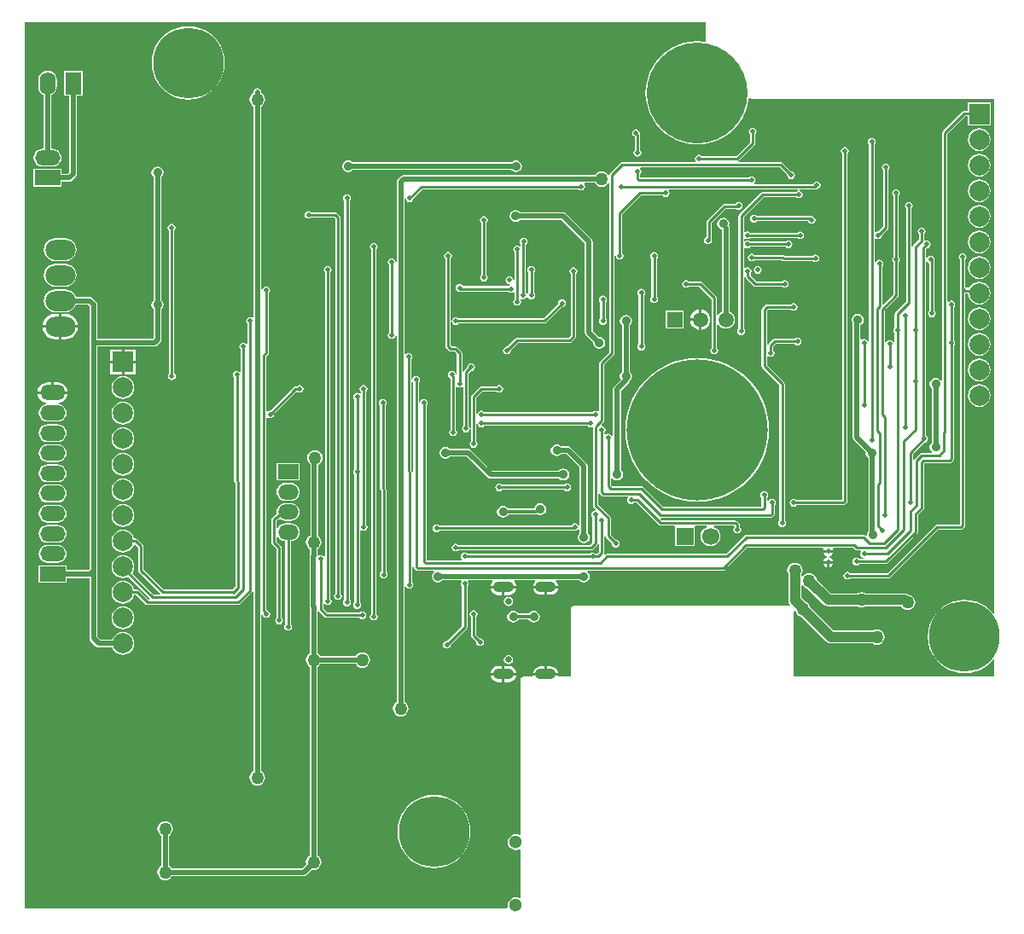
<source format=gbl>
G04*
G04 #@! TF.GenerationSoftware,Altium Limited,Altium Designer,22.7.1 (60)*
G04*
G04 Layer_Physical_Order=2*
G04 Layer_Color=16711680*
%FSLAX25Y25*%
%MOIN*%
G70*
G04*
G04 #@! TF.SameCoordinates,3A20C243-D036-4456-A015-6CD0820CEA74*
G04*
G04*
G04 #@! TF.FilePolarity,Positive*
G04*
G01*
G75*
%ADD10C,0.02000*%
%ADD12C,0.01000*%
%ADD116C,0.06693*%
%ADD117R,0.06693X0.06693*%
%ADD132C,0.04000*%
%ADD133C,0.01200*%
%ADD137C,0.01968*%
%ADD138C,0.39370*%
%ADD139C,0.55118*%
%ADD140C,0.27559*%
%ADD141O,0.08268X0.04134*%
%ADD142C,0.02559*%
%ADD143O,0.07874X0.05906*%
%ADD144R,0.07874X0.05906*%
%ADD145C,0.05118*%
%ADD146C,0.05906*%
%ADD147R,0.05906X0.05906*%
%ADD148O,0.11811X0.07874*%
%ADD149R,0.09843X0.05906*%
%ADD150O,0.09843X0.05906*%
%ADD151R,0.06299X0.08858*%
%ADD152O,0.06299X0.08858*%
%ADD153C,0.07874*%
%ADD154R,0.07874X0.07874*%
%ADD155C,0.03600*%
%ADD156C,0.05000*%
G36*
X270188Y343025D02*
X269802Y342708D01*
X269526Y342762D01*
X266886Y342935D01*
X264246Y342762D01*
X261650Y342246D01*
X259145Y341396D01*
X256772Y340225D01*
X254572Y338755D01*
X252582Y337011D01*
X250838Y335021D01*
X249368Y332821D01*
X248197Y330448D01*
X247347Y327943D01*
X246831Y325347D01*
X246657Y322707D01*
X246831Y320067D01*
X247347Y317472D01*
X248197Y314966D01*
X249368Y312593D01*
X250838Y310393D01*
X252582Y308403D01*
X254572Y306659D01*
X256772Y305189D01*
X259145Y304018D01*
X261650Y303168D01*
X264246Y302652D01*
X266886Y302479D01*
X269526Y302652D01*
X272121Y303168D01*
X274627Y304018D01*
X277000Y305189D01*
X279200Y306659D01*
X281189Y308403D01*
X282934Y310393D01*
X284404Y312593D01*
X285574Y314966D01*
X286425Y317472D01*
X286941Y320067D01*
X286958Y320328D01*
X287474Y320549D01*
X287610Y320458D01*
X288000Y320380D01*
X382980D01*
X382980Y119226D01*
X382480Y119041D01*
X381380Y120329D01*
X379671Y121789D01*
X377755Y122963D01*
X375678Y123823D01*
X373493Y124348D01*
X371252Y124524D01*
X369011Y124348D01*
X366826Y123823D01*
X364749Y122963D01*
X362833Y121789D01*
X361124Y120329D01*
X359664Y118620D01*
X358489Y116704D01*
X357629Y114627D01*
X357105Y112442D01*
X356928Y110201D01*
X357105Y107960D01*
X357629Y105774D01*
X358489Y103698D01*
X359664Y101781D01*
X361124Y100072D01*
X362833Y98613D01*
X364749Y97438D01*
X366826Y96578D01*
X369011Y96053D01*
X371252Y95877D01*
X373493Y96053D01*
X375678Y96578D01*
X377755Y97438D01*
X379671Y98613D01*
X381380Y100072D01*
X382480Y101360D01*
X382980Y101176D01*
Y94520D01*
X304420Y94520D01*
Y120067D01*
X304920Y120355D01*
X305070Y120267D01*
X305077Y120217D01*
X305380Y119487D01*
X305860Y118860D01*
X306487Y118379D01*
X307217Y118077D01*
X307333Y118062D01*
X317198Y108198D01*
X318024Y107645D01*
X319000Y107451D01*
X335394D01*
X335487Y107379D01*
X336217Y107077D01*
X337000Y106974D01*
X337783Y107077D01*
X338513Y107379D01*
X339140Y107860D01*
X339620Y108487D01*
X339923Y109217D01*
X340026Y110000D01*
X339923Y110783D01*
X339620Y111513D01*
X339140Y112140D01*
X338513Y112620D01*
X337783Y112923D01*
X337000Y113026D01*
X336217Y112923D01*
X335487Y112620D01*
X335394Y112549D01*
X320056D01*
X310938Y121667D01*
X310923Y121783D01*
X310620Y122513D01*
X310140Y123140D01*
X309513Y123620D01*
X309072Y123803D01*
X307549Y125326D01*
Y130096D01*
X308049Y130266D01*
X308360Y129860D01*
X308987Y129379D01*
X309717Y129077D01*
X309833Y129062D01*
X316198Y122698D01*
X317024Y122145D01*
X318000Y121951D01*
X329394D01*
X329487Y121879D01*
X330217Y121577D01*
X331000Y121474D01*
X331783Y121577D01*
X332513Y121879D01*
X332606Y121951D01*
X346407D01*
X346860Y121360D01*
X347487Y120879D01*
X348217Y120577D01*
X349000Y120474D01*
X349783Y120577D01*
X350513Y120879D01*
X351140Y121360D01*
X351621Y121987D01*
X351923Y122717D01*
X352026Y123500D01*
X351923Y124283D01*
X351621Y125013D01*
X351140Y125640D01*
X350513Y126120D01*
X349783Y126423D01*
X349246Y126494D01*
X348705Y126855D01*
X347729Y127049D01*
X332606D01*
X332513Y127120D01*
X331783Y127423D01*
X331000Y127526D01*
X330217Y127423D01*
X329487Y127120D01*
X329394Y127049D01*
X319056D01*
X313438Y132667D01*
X313423Y132783D01*
X313121Y133513D01*
X312640Y134140D01*
X312013Y134620D01*
X311283Y134923D01*
X310500Y135026D01*
X309717Y134923D01*
X308987Y134620D01*
X308360Y134140D01*
X308049Y133734D01*
X307549Y133904D01*
Y134394D01*
X307621Y134487D01*
X307923Y135217D01*
X308026Y136000D01*
X307923Y136783D01*
X307621Y137513D01*
X307140Y138140D01*
X306513Y138620D01*
X305783Y138923D01*
X305000Y139026D01*
X304217Y138923D01*
X303487Y138620D01*
X302860Y138140D01*
X302379Y137513D01*
X302077Y136783D01*
X301974Y136000D01*
X302077Y135217D01*
X302379Y134487D01*
X302451Y134394D01*
Y124271D01*
X302645Y123295D01*
X303096Y122620D01*
X302920Y122196D01*
X302842Y122120D01*
X218600Y122120D01*
X218210Y122042D01*
X217879Y121821D01*
X217658Y121490D01*
X217580Y121100D01*
Y94520D01*
X212878D01*
X212520Y94992D01*
X207598D01*
X202677D01*
X202319Y94520D01*
X198900D01*
X198510Y94442D01*
X198179Y94221D01*
X197958Y93890D01*
X197880Y93500D01*
Y32696D01*
X197380Y32503D01*
X196704Y32783D01*
X195905Y32889D01*
X195107Y32783D01*
X194363Y32475D01*
X193724Y31985D01*
X193233Y31346D01*
X192925Y30602D01*
X192820Y29803D01*
X192925Y29005D01*
X193233Y28260D01*
X193724Y27621D01*
X194363Y27131D01*
X195107Y26823D01*
X195905Y26718D01*
X196704Y26823D01*
X197380Y27103D01*
X197880Y26910D01*
Y8090D01*
X197380Y7897D01*
X196704Y8177D01*
X195905Y8282D01*
X195107Y8177D01*
X194363Y7869D01*
X193724Y7379D01*
X193233Y6740D01*
X192925Y5995D01*
X192820Y5197D01*
X192909Y4520D01*
X192610Y4020D01*
X4020D01*
X4020Y350280D01*
X270188D01*
Y343025D01*
D02*
G37*
%LPC*%
G36*
X68000Y348724D02*
X65759Y348547D01*
X63574Y348023D01*
X61497Y347163D01*
X59581Y345988D01*
X57872Y344528D01*
X56412Y342819D01*
X55238Y340903D01*
X54377Y338826D01*
X53853Y336641D01*
X53676Y334400D01*
X53853Y332159D01*
X54377Y329974D01*
X55238Y327897D01*
X56412Y325981D01*
X57872Y324272D01*
X59581Y322812D01*
X61497Y321638D01*
X63574Y320777D01*
X65759Y320253D01*
X68000Y320076D01*
X70241Y320253D01*
X72426Y320777D01*
X74503Y321638D01*
X76419Y322812D01*
X78128Y324272D01*
X79588Y325981D01*
X80762Y327897D01*
X81623Y329974D01*
X82147Y332159D01*
X82324Y334400D01*
X82147Y336641D01*
X81623Y338826D01*
X80762Y340903D01*
X79588Y342819D01*
X78128Y344528D01*
X76419Y345988D01*
X74503Y347163D01*
X72426Y348023D01*
X70241Y348547D01*
X68000Y348724D01*
D02*
G37*
G36*
X381437Y318837D02*
X372563D01*
Y315520D01*
X371000D01*
X370610Y315442D01*
X370279Y315221D01*
X362779Y307721D01*
X362558Y307390D01*
X362480Y307000D01*
Y210328D01*
X361980Y210176D01*
X361658Y210658D01*
X360897Y211167D01*
X360000Y211345D01*
X359103Y211167D01*
X358342Y210658D01*
X357833Y209897D01*
X357655Y209000D01*
X357833Y208103D01*
X358342Y207342D01*
X358471Y207256D01*
Y186003D01*
X358342Y185917D01*
X357833Y185157D01*
X357655Y184259D01*
X357833Y183362D01*
X358342Y182601D01*
X358525Y182479D01*
X358373Y181979D01*
X354459D01*
X354069Y181901D01*
X353738Y181680D01*
X351779Y179721D01*
X351558Y179390D01*
X351520Y179197D01*
X351020Y179246D01*
Y181578D01*
X355440Y185998D01*
X355500Y185987D01*
X356079Y186102D01*
X356570Y186430D01*
X356898Y186921D01*
X357013Y187500D01*
X356898Y188079D01*
X356570Y188570D01*
X356120Y188871D01*
Y256684D01*
X356583Y256901D01*
X356620Y256894D01*
X356930Y256430D01*
X357421Y256102D01*
X357480Y256090D01*
Y237604D01*
X357430Y237570D01*
X357102Y237079D01*
X356987Y236500D01*
X357102Y235921D01*
X357430Y235430D01*
X357921Y235102D01*
X358500Y234987D01*
X359079Y235102D01*
X359570Y235430D01*
X359898Y235921D01*
X360013Y236500D01*
X359898Y237079D01*
X359570Y237570D01*
X359520Y237604D01*
Y257000D01*
X359467Y257266D01*
X359513Y257500D01*
X359398Y258079D01*
X359070Y258570D01*
X358579Y258898D01*
X358000Y259013D01*
X357421Y258898D01*
X356930Y258570D01*
X356620Y258106D01*
X356583Y258100D01*
X356120Y258316D01*
Y261657D01*
X356491Y261988D01*
X356500Y261987D01*
X357079Y262102D01*
X357570Y262430D01*
X357898Y262921D01*
X358013Y263500D01*
X357898Y264079D01*
X357570Y264570D01*
X357079Y264898D01*
X356500Y265013D01*
X356020Y264918D01*
X355675Y265102D01*
X355520Y265231D01*
Y267396D01*
X355570Y267430D01*
X355898Y267921D01*
X356013Y268500D01*
X355898Y269079D01*
X355570Y269570D01*
X355079Y269898D01*
X354500Y270013D01*
X353921Y269898D01*
X353430Y269570D01*
X353102Y269079D01*
X352987Y268500D01*
X353102Y267921D01*
X353430Y267430D01*
X353480Y267396D01*
Y265316D01*
X351279Y263115D01*
X351058Y262784D01*
X351020Y262591D01*
X350520Y262640D01*
Y277396D01*
X350570Y277430D01*
X350898Y277921D01*
X351013Y278500D01*
X350898Y279079D01*
X350570Y279570D01*
X350079Y279898D01*
X349500Y280013D01*
X348921Y279898D01*
X348430Y279570D01*
X348102Y279079D01*
X347987Y278500D01*
X348102Y277921D01*
X348430Y277430D01*
X348480Y277396D01*
Y241068D01*
X344279Y236866D01*
X344058Y236536D01*
X343980Y236145D01*
Y231104D01*
X343930Y231070D01*
X343602Y230579D01*
X343487Y230000D01*
X343602Y229421D01*
X343930Y228930D01*
X343980Y228896D01*
Y224788D01*
X343945Y224711D01*
X343480Y224665D01*
X343452Y224809D01*
X343398Y225079D01*
X343070Y225570D01*
X342579Y225898D01*
X342000Y226013D01*
X341421Y225898D01*
X340930Y225570D01*
X340602Y225079D01*
X340548Y224809D01*
X340520Y224665D01*
X340055Y224711D01*
X340020Y224788D01*
Y237578D01*
X345221Y242779D01*
X345442Y243110D01*
X345520Y243500D01*
Y256396D01*
X345570Y256430D01*
X345898Y256921D01*
X346013Y257500D01*
X345898Y258079D01*
X345570Y258570D01*
X345520Y258604D01*
Y282396D01*
X345570Y282430D01*
X345898Y282921D01*
X346013Y283500D01*
X345898Y284079D01*
X345570Y284570D01*
X345079Y284898D01*
X344500Y285013D01*
X343921Y284898D01*
X343430Y284570D01*
X343102Y284079D01*
X342987Y283500D01*
X343102Y282921D01*
X343430Y282430D01*
X343480Y282396D01*
Y258604D01*
X343430Y258570D01*
X343102Y258079D01*
X342987Y257500D01*
X343102Y256921D01*
X343430Y256430D01*
X343480Y256396D01*
Y243922D01*
X339481Y239924D01*
X339020Y240115D01*
Y254896D01*
X339070Y254930D01*
X339398Y255421D01*
X339513Y256000D01*
X339398Y256579D01*
X339070Y257070D01*
X338579Y257398D01*
X338000Y257513D01*
X337421Y257398D01*
X336930Y257070D01*
X336602Y256579D01*
X336548Y256309D01*
X336520Y256166D01*
X336055Y256211D01*
X336020Y256288D01*
Y265649D01*
X336192Y265767D01*
X336520Y265870D01*
X336921Y265602D01*
X337500Y265487D01*
X338079Y265602D01*
X338570Y265930D01*
X338898Y266421D01*
X339013Y267000D01*
X339001Y267060D01*
X341221Y269279D01*
X341442Y269610D01*
X341520Y270000D01*
Y292396D01*
X341570Y292430D01*
X341898Y292921D01*
X342013Y293500D01*
X341898Y294079D01*
X341570Y294570D01*
X341079Y294898D01*
X340500Y295013D01*
X339921Y294898D01*
X339430Y294570D01*
X339102Y294079D01*
X338987Y293500D01*
X339102Y292921D01*
X339430Y292430D01*
X339480Y292396D01*
Y270422D01*
X337560Y268501D01*
X337500Y268513D01*
X336921Y268398D01*
X336520Y268130D01*
X336192Y268233D01*
X336020Y268352D01*
Y302396D01*
X336070Y302430D01*
X336398Y302921D01*
X336513Y303500D01*
X336398Y304079D01*
X336070Y304570D01*
X335579Y304898D01*
X335000Y305013D01*
X334421Y304898D01*
X333930Y304570D01*
X333602Y304079D01*
X333487Y303500D01*
X333602Y302921D01*
X333930Y302430D01*
X333980Y302396D01*
X333980Y225288D01*
X333945Y225211D01*
X333480Y225166D01*
X333452Y225309D01*
X333398Y225579D01*
X333070Y226070D01*
X332579Y226398D01*
X332000Y226513D01*
X331421Y226398D01*
X331129Y226203D01*
X330629Y226452D01*
Y231989D01*
X331158Y232342D01*
X331667Y233103D01*
X331845Y234000D01*
X331667Y234897D01*
X331158Y235658D01*
X330397Y236167D01*
X329500Y236345D01*
X328603Y236167D01*
X327842Y235658D01*
X327333Y234897D01*
X327155Y234000D01*
X327333Y233103D01*
X327571Y232748D01*
Y187900D01*
X327687Y187315D01*
X328019Y186819D01*
X332685Y182152D01*
X332655Y182000D01*
X332833Y181103D01*
X333342Y180342D01*
X333721Y180089D01*
Y151477D01*
X333333Y150897D01*
X333155Y150000D01*
X333198Y149784D01*
X332737Y149538D01*
X332554Y149721D01*
X332223Y149942D01*
X331833Y150020D01*
X286000D01*
X285610Y149942D01*
X285279Y149721D01*
X278078Y142520D01*
X231500D01*
X231110Y142442D01*
X230779Y142221D01*
X230404Y142553D01*
X230442Y142610D01*
X230520Y143000D01*
Y149254D01*
X231020Y149303D01*
X231058Y149110D01*
X231279Y148779D01*
X233499Y146560D01*
X233487Y146500D01*
X233602Y145921D01*
X233930Y145430D01*
X234421Y145102D01*
X235000Y144987D01*
X235579Y145102D01*
X236070Y145430D01*
X236398Y145921D01*
X236513Y146500D01*
X236398Y147079D01*
X236070Y147570D01*
X235579Y147898D01*
X235000Y148013D01*
X234940Y148002D01*
X233020Y149922D01*
Y156500D01*
X232942Y156890D01*
X232721Y157221D01*
X228120Y161822D01*
Y166020D01*
X228165Y166038D01*
X228620Y166103D01*
X228779Y165865D01*
X229365Y165279D01*
X229696Y165058D01*
X230086Y164980D01*
X239649D01*
X239767Y164808D01*
X239870Y164480D01*
X239602Y164079D01*
X239487Y163500D01*
X239602Y162921D01*
X239930Y162430D01*
X240421Y162102D01*
X241000Y161987D01*
X241579Y162102D01*
X242070Y162430D01*
X242104Y162480D01*
X243078D01*
X251779Y153779D01*
X252110Y153558D01*
X252500Y153480D01*
X257751D01*
X258154Y153246D01*
X258154Y152980D01*
Y145554D01*
X265846D01*
Y152980D01*
X265846Y153246D01*
X266249Y153480D01*
X270493D01*
X270593Y152980D01*
X270060Y152760D01*
X269257Y152143D01*
X268640Y151340D01*
X268253Y150404D01*
X268120Y149400D01*
X268253Y148396D01*
X268640Y147460D01*
X269257Y146657D01*
X270060Y146040D01*
X270996Y145653D01*
X272000Y145520D01*
X273004Y145653D01*
X273940Y146040D01*
X274743Y146657D01*
X275360Y147460D01*
X275747Y148396D01*
X275880Y149400D01*
X275747Y150404D01*
X275360Y151340D01*
X274743Y152143D01*
X273940Y152760D01*
X273407Y152980D01*
X273507Y153480D01*
X281149D01*
X281267Y153308D01*
X281370Y152980D01*
X281102Y152579D01*
X280987Y152000D01*
X281102Y151421D01*
X281430Y150930D01*
X281921Y150602D01*
X282500Y150487D01*
X283079Y150602D01*
X283570Y150930D01*
X283898Y151421D01*
X284013Y152000D01*
X283898Y152579D01*
X283570Y153070D01*
X283520Y153104D01*
Y153914D01*
X283442Y154304D01*
X283221Y154635D01*
X282635Y155221D01*
X282304Y155442D01*
X281914Y155520D01*
X252922D01*
X252444Y155998D01*
X252448Y156035D01*
X252669Y156480D01*
X295414D01*
X295804Y156558D01*
X296135Y156779D01*
X296721Y157365D01*
X296942Y157696D01*
X297020Y158086D01*
Y161396D01*
X297070Y161430D01*
X297398Y161921D01*
X297513Y162500D01*
X297398Y163079D01*
X297070Y163570D01*
X296579Y163898D01*
X296000Y164013D01*
X295421Y163898D01*
X294930Y163570D01*
X294602Y163079D01*
X294548Y162809D01*
X294520Y162665D01*
X294055Y162711D01*
X294020Y162788D01*
Y164396D01*
X294070Y164430D01*
X294398Y164921D01*
X294513Y165500D01*
X294398Y166079D01*
X294070Y166570D01*
X293579Y166898D01*
X293000Y167013D01*
X292421Y166898D01*
X291930Y166570D01*
X291602Y166079D01*
X291487Y165500D01*
X291602Y164921D01*
X291930Y164430D01*
X291980Y164396D01*
Y161020D01*
X253422D01*
X245721Y168721D01*
X245390Y168942D01*
X245000Y169020D01*
X233422D01*
X233020Y169422D01*
Y172172D01*
X233520Y172324D01*
X233842Y171842D01*
X234603Y171333D01*
X235500Y171155D01*
X236397Y171333D01*
X237158Y171842D01*
X237667Y172603D01*
X237845Y173500D01*
X237667Y174397D01*
X237158Y175158D01*
X237029Y175244D01*
Y206366D01*
X240081Y209419D01*
X240413Y209915D01*
X240473Y210218D01*
X240658Y210342D01*
X241167Y211103D01*
X241345Y212000D01*
X241167Y212897D01*
X240658Y213658D01*
X240529Y213744D01*
Y231756D01*
X240658Y231842D01*
X241167Y232603D01*
X241345Y233500D01*
X241167Y234397D01*
X240658Y235158D01*
X239897Y235667D01*
X239000Y235845D01*
X238103Y235667D01*
X237342Y235158D01*
X236833Y234397D01*
X236655Y233500D01*
X236833Y232603D01*
X237342Y231842D01*
X237471Y231756D01*
Y213744D01*
X237342Y213658D01*
X236833Y212897D01*
X236655Y212000D01*
X236833Y211103D01*
X237076Y210739D01*
X234419Y208081D01*
X234087Y207585D01*
X233971Y207000D01*
Y188697D01*
X233841Y188251D01*
X233840Y188251D01*
Y188251D01*
X233471Y188215D01*
X233461Y188265D01*
X233398Y188579D01*
X233070Y189070D01*
X232579Y189398D01*
X232000Y189513D01*
X231421Y189398D01*
X231020Y189130D01*
X230692Y189233D01*
X230520Y189351D01*
Y189896D01*
X230570Y189930D01*
X230898Y190421D01*
X231013Y191000D01*
X230898Y191579D01*
X230570Y192070D01*
X230079Y192398D01*
X229635Y192486D01*
X229455Y192867D01*
X229438Y192997D01*
X230221Y193779D01*
X230442Y194110D01*
X230520Y194500D01*
Y216436D01*
X234221Y220137D01*
X234442Y220468D01*
X234520Y220858D01*
Y258712D01*
X234555Y258789D01*
X235020Y258835D01*
X235048Y258691D01*
X235102Y258421D01*
X235430Y257930D01*
X235921Y257602D01*
X236500Y257487D01*
X237079Y257602D01*
X237570Y257930D01*
X237898Y258421D01*
X238013Y259000D01*
X237898Y259579D01*
X237570Y260070D01*
X237520Y260104D01*
Y275046D01*
X244954Y282480D01*
X253396D01*
X253430Y282430D01*
X253921Y282102D01*
X254500Y281987D01*
X255079Y282102D01*
X255570Y282430D01*
X255898Y282921D01*
X256013Y283500D01*
X255898Y284079D01*
X255630Y284480D01*
X255733Y284808D01*
X255852Y284980D01*
X306285D01*
X306334Y284480D01*
X306191Y284452D01*
X305921Y284398D01*
X305430Y284070D01*
X305396Y284020D01*
X292405D01*
X292015Y283942D01*
X291684Y283721D01*
X283279Y275316D01*
X283058Y274985D01*
X282980Y274595D01*
Y230604D01*
X282930Y230570D01*
X282602Y230079D01*
X282487Y229500D01*
X282602Y228921D01*
X282930Y228430D01*
X283421Y228102D01*
X284000Y227987D01*
X284579Y228102D01*
X285070Y228430D01*
X285398Y228921D01*
X285513Y229500D01*
X285398Y230079D01*
X285070Y230570D01*
X285020Y230604D01*
Y251240D01*
X285031Y251259D01*
X285520Y251481D01*
X285633Y251382D01*
Y250847D01*
X285711Y250457D01*
X285932Y250126D01*
X288779Y247279D01*
X289110Y247058D01*
X289500Y246980D01*
X299896D01*
X299930Y246930D01*
X300421Y246602D01*
X301000Y246487D01*
X301579Y246602D01*
X302070Y246930D01*
X302398Y247421D01*
X302513Y248000D01*
X302398Y248579D01*
X302070Y249070D01*
X301579Y249398D01*
X301000Y249513D01*
X300421Y249398D01*
X299930Y249070D01*
X299896Y249020D01*
X289922D01*
X287673Y251269D01*
Y252083D01*
X287898Y252421D01*
X288013Y253000D01*
X287898Y253579D01*
X287570Y254070D01*
X287079Y254398D01*
X286500Y254513D01*
X285921Y254398D01*
X285520Y254130D01*
X285192Y254233D01*
X285020Y254351D01*
Y262148D01*
X285192Y262267D01*
X285520Y262370D01*
X285921Y262102D01*
X286500Y261987D01*
X287079Y262102D01*
X287570Y262430D01*
X287604Y262480D01*
X301396D01*
X301430Y262430D01*
X301921Y262102D01*
X302500Y261987D01*
X303079Y262102D01*
X303570Y262430D01*
X303898Y262921D01*
X304013Y263500D01*
X303898Y264079D01*
X303570Y264570D01*
X303079Y264898D01*
X302500Y265013D01*
X301921Y264898D01*
X301430Y264570D01*
X301396Y264520D01*
X287604D01*
X287570Y264570D01*
X287079Y264898D01*
X286500Y265013D01*
X285921Y264898D01*
X285520Y264630D01*
X285192Y264733D01*
X285020Y264851D01*
Y265649D01*
X285192Y265767D01*
X285520Y265870D01*
X285921Y265602D01*
X286500Y265487D01*
X287079Y265602D01*
X287570Y265930D01*
X287604Y265980D01*
X305896D01*
X305930Y265930D01*
X306421Y265602D01*
X307000Y265487D01*
X307579Y265602D01*
X308070Y265930D01*
X308398Y266421D01*
X308513Y267000D01*
X308398Y267579D01*
X308070Y268070D01*
X307579Y268398D01*
X307000Y268513D01*
X306421Y268398D01*
X305930Y268070D01*
X305896Y268020D01*
X287604D01*
X287570Y268070D01*
X287079Y268398D01*
X286500Y268513D01*
X285921Y268398D01*
X285520Y268130D01*
X285192Y268233D01*
X285020Y268352D01*
Y274172D01*
X292828Y281980D01*
X305396D01*
X305430Y281930D01*
X305921Y281602D01*
X306500Y281487D01*
X307079Y281602D01*
X307570Y281930D01*
X307898Y282421D01*
X308013Y283000D01*
X307898Y283579D01*
X307570Y284070D01*
X307079Y284398D01*
X306809Y284452D01*
X306665Y284480D01*
X306715Y284980D01*
X312914D01*
X313304Y285058D01*
X313366Y285099D01*
X313500Y285072D01*
X314079Y285188D01*
X314570Y285516D01*
X314898Y286007D01*
X315013Y286586D01*
X314898Y287165D01*
X314570Y287656D01*
X314079Y287984D01*
X313500Y288099D01*
X312921Y287984D01*
X312430Y287656D01*
X312102Y287165D01*
X312073Y287020D01*
X289352D01*
X289233Y287192D01*
X289130Y287520D01*
X289398Y287921D01*
X289513Y288500D01*
X289398Y289079D01*
X289070Y289570D01*
X288579Y289898D01*
X288000Y290013D01*
X287421Y289898D01*
X286930Y289570D01*
X286896Y289520D01*
X244520D01*
Y290896D01*
X244570Y290930D01*
X244898Y291421D01*
X245013Y292000D01*
X244898Y292579D01*
X244570Y293070D01*
X244555Y293080D01*
X244706Y293580D01*
X298978D01*
X301998Y290560D01*
X301987Y290500D01*
X302102Y289921D01*
X302430Y289430D01*
X302921Y289102D01*
X303500Y288987D01*
X304079Y289102D01*
X304570Y289430D01*
X304898Y289921D01*
X305013Y290500D01*
X304898Y291079D01*
X304570Y291570D01*
X304079Y291898D01*
X303500Y292013D01*
X303440Y292002D01*
X300121Y295321D01*
X299790Y295542D01*
X299400Y295620D01*
X283066D01*
X283047Y295665D01*
X282982Y296120D01*
X283221Y296279D01*
X289221Y302279D01*
X289442Y302610D01*
X289520Y303000D01*
Y306396D01*
X289570Y306430D01*
X289898Y306921D01*
X290013Y307500D01*
X289898Y308079D01*
X289570Y308570D01*
X289079Y308898D01*
X288500Y309013D01*
X287921Y308898D01*
X287430Y308570D01*
X287102Y308079D01*
X286987Y307500D01*
X287102Y306921D01*
X287430Y306430D01*
X287480Y306396D01*
Y303422D01*
X282078Y298020D01*
X268604D01*
X268570Y298070D01*
X268079Y298398D01*
X267500Y298513D01*
X266921Y298398D01*
X266430Y298070D01*
X266102Y297579D01*
X265987Y297000D01*
X266102Y296421D01*
X266303Y296120D01*
X266063Y295620D01*
X237600D01*
X237210Y295542D01*
X236879Y295321D01*
X232779Y291221D01*
X232558Y290890D01*
X232532Y290761D01*
X232003Y290665D01*
X231640Y291140D01*
X231013Y291620D01*
X230283Y291923D01*
X229500Y292026D01*
X228717Y291923D01*
X227987Y291620D01*
X227360Y291140D01*
X226892Y290529D01*
X152172D01*
X151586Y290413D01*
X151090Y290081D01*
X149919Y288910D01*
X149587Y288414D01*
X149471Y287828D01*
Y257197D01*
X149341Y256751D01*
X149340Y256751D01*
Y256751D01*
X148971Y256715D01*
X148961Y256765D01*
X148898Y257079D01*
X148570Y257570D01*
X148079Y257898D01*
X147500Y258013D01*
X146921Y257898D01*
X146430Y257570D01*
X146102Y257079D01*
X145987Y256500D01*
X146102Y255921D01*
X146430Y255430D01*
X146480Y255396D01*
Y229104D01*
X146430Y229070D01*
X146102Y228579D01*
X145987Y228000D01*
X146102Y227421D01*
X146430Y226930D01*
X146921Y226602D01*
X147500Y226487D01*
X148079Y226602D01*
X148570Y226930D01*
X148898Y227421D01*
X148961Y227735D01*
X148971Y227785D01*
X149340Y227749D01*
Y227749D01*
X149341Y227749D01*
X149471Y227303D01*
Y84608D01*
X148860Y84140D01*
X148380Y83513D01*
X148077Y82783D01*
X147974Y82000D01*
X148077Y81217D01*
X148380Y80487D01*
X148860Y79860D01*
X149487Y79379D01*
X150217Y79077D01*
X151000Y78974D01*
X151783Y79077D01*
X152513Y79379D01*
X153140Y79860D01*
X153621Y80487D01*
X153923Y81217D01*
X154026Y82000D01*
X153923Y82783D01*
X153621Y83513D01*
X153140Y84140D01*
X152529Y84608D01*
Y129664D01*
X152715Y129728D01*
X153029Y129747D01*
X153308Y129330D01*
X153799Y129002D01*
X154378Y128887D01*
X154957Y129002D01*
X155448Y129330D01*
X155776Y129821D01*
X155891Y130400D01*
X155776Y130979D01*
X155448Y131470D01*
X155397Y131504D01*
Y174685D01*
X155320Y175075D01*
X155099Y175406D01*
X155020Y175485D01*
Y210212D01*
X155055Y210289D01*
X155520Y210334D01*
X155548Y210191D01*
X155602Y209921D01*
X155930Y209430D01*
X155980Y209396D01*
Y137586D01*
X156058Y137196D01*
X156279Y136865D01*
X156865Y136279D01*
X157196Y136058D01*
X157586Y135980D01*
X163873D01*
X164025Y135480D01*
X163842Y135358D01*
X163333Y134597D01*
X163155Y133700D01*
X163333Y132803D01*
X163842Y132042D01*
X164603Y131533D01*
X165500Y131355D01*
X166397Y131533D01*
X167158Y132042D01*
X167244Y132171D01*
X174548D01*
X174797Y131671D01*
X174602Y131379D01*
X174487Y130800D01*
X174602Y130221D01*
X174930Y129730D01*
X174980Y129696D01*
Y114422D01*
X169060Y108502D01*
X169000Y108513D01*
X168421Y108398D01*
X167930Y108070D01*
X167602Y107579D01*
X167487Y107000D01*
X167602Y106421D01*
X167930Y105930D01*
X168421Y105602D01*
X169000Y105487D01*
X169579Y105602D01*
X170070Y105930D01*
X170398Y106421D01*
X170513Y107000D01*
X170501Y107060D01*
X176721Y113279D01*
X176942Y113610D01*
X177020Y114000D01*
Y129696D01*
X177070Y129730D01*
X177398Y130221D01*
X177513Y130800D01*
X177398Y131379D01*
X177203Y131671D01*
X177452Y132171D01*
X186729D01*
X186840Y131843D01*
X186869Y131671D01*
X186396Y131055D01*
X186087Y130308D01*
X186047Y130008D01*
X191142D01*
X196236D01*
X196197Y130308D01*
X195888Y131055D01*
X195415Y131671D01*
X195443Y131843D01*
X195554Y132171D01*
X203402D01*
X203572Y131671D01*
X203513Y131625D01*
X203037Y131005D01*
X202738Y130283D01*
X202702Y130008D01*
X207598D01*
X212495D01*
X212459Y130283D01*
X212160Y131005D01*
X211684Y131625D01*
X211625Y131671D01*
X211794Y132171D01*
X220756D01*
X220842Y132042D01*
X221603Y131533D01*
X222500Y131355D01*
X223397Y131533D01*
X224158Y132042D01*
X224667Y132803D01*
X224845Y133700D01*
X224667Y134597D01*
X224158Y135358D01*
X223975Y135480D01*
X224127Y135980D01*
X277000D01*
X277390Y136058D01*
X277721Y136279D01*
X286275Y144833D01*
X315930D01*
X316166Y144392D01*
X316131Y144340D01*
X316076Y144065D01*
X319924D01*
X319869Y144340D01*
X319834Y144392D01*
X320070Y144833D01*
X327703D01*
X327757Y144779D01*
X327824Y144734D01*
X328379Y144179D01*
X328710Y143958D01*
X329100Y143880D01*
X330563D01*
X330803Y143380D01*
X330602Y143079D01*
X330487Y142500D01*
X330602Y141921D01*
X330930Y141430D01*
X331421Y141102D01*
X331691Y141048D01*
X331835Y141020D01*
X331789Y140555D01*
X331712Y140520D01*
X330104D01*
X330070Y140570D01*
X329579Y140898D01*
X329000Y141013D01*
X328421Y140898D01*
X327930Y140570D01*
X327602Y140079D01*
X327487Y139500D01*
X327602Y138921D01*
X327930Y138430D01*
X328421Y138102D01*
X329000Y137987D01*
X329579Y138102D01*
X330070Y138430D01*
X330104Y138480D01*
X340500D01*
X340890Y138558D01*
X341221Y138779D01*
X352721Y150279D01*
X352942Y150610D01*
X353020Y151000D01*
Y157578D01*
X355221Y159779D01*
X355442Y160110D01*
X355520Y160500D01*
Y177980D01*
X365414D01*
X365804Y178058D01*
X366135Y178279D01*
X366721Y178865D01*
X366942Y179196D01*
X367020Y179586D01*
Y223896D01*
X367070Y223930D01*
X367398Y224421D01*
X367513Y225000D01*
X367398Y225579D01*
X367120Y225996D01*
Y238896D01*
X367170Y238930D01*
X367498Y239421D01*
X367613Y240000D01*
X367498Y240579D01*
X367170Y241070D01*
X366679Y241398D01*
X366100Y241513D01*
X365521Y241398D01*
X365030Y241070D01*
X365020Y241055D01*
X364520Y241206D01*
Y306578D01*
X371422Y313480D01*
X372563D01*
Y309963D01*
X381437D01*
Y318837D01*
D02*
G37*
G36*
X377000Y308875D02*
X375842Y308723D01*
X374762Y308276D01*
X373835Y307564D01*
X373124Y306638D01*
X372677Y305558D01*
X372525Y304400D01*
X372677Y303242D01*
X373124Y302162D01*
X373835Y301236D01*
X374762Y300524D01*
X375842Y300077D01*
X377000Y299925D01*
X378158Y300077D01*
X379238Y300524D01*
X380165Y301236D01*
X380876Y302162D01*
X381323Y303242D01*
X381475Y304400D01*
X381323Y305558D01*
X380876Y306638D01*
X380165Y307564D01*
X379238Y308276D01*
X378158Y308723D01*
X377000Y308875D01*
D02*
G37*
G36*
X242914Y308513D02*
X242335Y308398D01*
X241844Y308070D01*
X241516Y307579D01*
X241401Y307000D01*
X241516Y306421D01*
X241844Y305930D01*
X242335Y305602D01*
X242480Y305573D01*
Y300311D01*
X242430Y300277D01*
X242102Y299786D01*
X241987Y299207D01*
X242102Y298628D01*
X242430Y298137D01*
X242921Y297809D01*
X243500Y297694D01*
X244079Y297809D01*
X244570Y298137D01*
X244898Y298628D01*
X245013Y299207D01*
X244898Y299786D01*
X244570Y300277D01*
X244520Y300311D01*
Y306198D01*
X244442Y306588D01*
X244368Y306699D01*
X244427Y307000D01*
X244312Y307579D01*
X243984Y308070D01*
X243493Y308398D01*
X242914Y308513D01*
D02*
G37*
G36*
X196000Y296345D02*
X195103Y296167D01*
X194342Y295658D01*
X194256Y295529D01*
X132244D01*
X132158Y295658D01*
X131397Y296167D01*
X130500Y296345D01*
X129603Y296167D01*
X128842Y295658D01*
X128333Y294897D01*
X128155Y294000D01*
X128333Y293103D01*
X128842Y292342D01*
X129603Y291833D01*
X130500Y291655D01*
X131397Y291833D01*
X132158Y292342D01*
X132244Y292471D01*
X194256D01*
X194342Y292342D01*
X195103Y291833D01*
X196000Y291655D01*
X196897Y291833D01*
X197658Y292342D01*
X198167Y293103D01*
X198345Y294000D01*
X198167Y294897D01*
X197658Y295658D01*
X196897Y296167D01*
X196000Y296345D01*
D02*
G37*
G36*
X13059Y331384D02*
X12106Y331259D01*
X11218Y330891D01*
X10456Y330306D01*
X9871Y329544D01*
X9503Y328656D01*
X9378Y327703D01*
Y325144D01*
X9503Y324191D01*
X9871Y323304D01*
X10456Y322541D01*
X11218Y321956D01*
X11500Y321839D01*
Y300819D01*
X11032D01*
X10130Y300701D01*
X9290Y300353D01*
X8569Y299799D01*
X8016Y299078D01*
X7668Y298238D01*
X7549Y297337D01*
X7668Y296436D01*
X8016Y295596D01*
X8569Y294875D01*
X9290Y294321D01*
X10130Y293973D01*
X11032Y293854D01*
X14968D01*
X15870Y293973D01*
X16710Y294321D01*
X17431Y294875D01*
X17985Y295596D01*
X18332Y296436D01*
X18451Y297337D01*
X18332Y298238D01*
X17985Y299078D01*
X17431Y299799D01*
X16710Y300353D01*
X15870Y300701D01*
X14968Y300819D01*
X14559D01*
Y321815D01*
X14899Y321956D01*
X15662Y322541D01*
X16247Y323304D01*
X16614Y324191D01*
X16740Y325144D01*
Y327703D01*
X16614Y328656D01*
X16247Y329544D01*
X15662Y330306D01*
X14899Y330891D01*
X14012Y331259D01*
X13059Y331384D01*
D02*
G37*
G36*
X26708Y331353D02*
X19409D01*
Y321495D01*
X21530D01*
Y291692D01*
X20830Y290992D01*
X18421D01*
Y292916D01*
X7579D01*
Y286010D01*
X18421D01*
Y287934D01*
X21463D01*
X22048Y288050D01*
X22544Y288382D01*
X24140Y289977D01*
X24472Y290474D01*
X24588Y291059D01*
Y321495D01*
X26708D01*
Y331353D01*
D02*
G37*
G36*
X377000Y298875D02*
X375842Y298723D01*
X374762Y298276D01*
X373835Y297565D01*
X373124Y296638D01*
X372677Y295558D01*
X372525Y294400D01*
X372677Y293242D01*
X373124Y292162D01*
X373835Y291235D01*
X374762Y290524D01*
X375842Y290077D01*
X377000Y289925D01*
X378158Y290077D01*
X379238Y290524D01*
X380165Y291235D01*
X380876Y292162D01*
X381323Y293242D01*
X381475Y294400D01*
X381323Y295558D01*
X380876Y296638D01*
X380165Y297565D01*
X379238Y298276D01*
X378158Y298723D01*
X377000Y298875D01*
D02*
G37*
G36*
Y288875D02*
X375842Y288723D01*
X374762Y288276D01*
X373835Y287564D01*
X373124Y286638D01*
X372677Y285558D01*
X372525Y284400D01*
X372677Y283242D01*
X373124Y282162D01*
X373835Y281236D01*
X374762Y280524D01*
X375842Y280077D01*
X377000Y279925D01*
X378158Y280077D01*
X379238Y280524D01*
X380165Y281236D01*
X380876Y282162D01*
X381323Y283242D01*
X381475Y284400D01*
X381323Y285558D01*
X380876Y286638D01*
X380165Y287564D01*
X379238Y288276D01*
X378158Y288723D01*
X377000Y288875D01*
D02*
G37*
G36*
X283000Y280013D02*
X282421Y279898D01*
X281930Y279570D01*
X281818Y279403D01*
X277600D01*
X277210Y279326D01*
X276879Y279104D01*
X270779Y273005D01*
X270558Y272674D01*
X270480Y272284D01*
Y266410D01*
X270421Y266398D01*
X269930Y266070D01*
X269602Y265579D01*
X269487Y265000D01*
X269602Y264421D01*
X269930Y263930D01*
X270421Y263602D01*
X271000Y263487D01*
X271579Y263602D01*
X272070Y263930D01*
X272398Y264421D01*
X272433Y264597D01*
X272442Y264610D01*
X272520Y265000D01*
Y271861D01*
X278022Y277364D01*
X282029D01*
X282421Y277102D01*
X283000Y276987D01*
X283579Y277102D01*
X284070Y277430D01*
X284398Y277921D01*
X284513Y278500D01*
X284398Y279079D01*
X284070Y279570D01*
X283579Y279898D01*
X283000Y280013D01*
D02*
G37*
G36*
X289000Y275013D02*
X288421Y274898D01*
X287930Y274570D01*
X287602Y274079D01*
X287487Y273500D01*
X287602Y272921D01*
X287930Y272430D01*
X288421Y272102D01*
X289000Y271987D01*
X289579Y272102D01*
X290070Y272430D01*
X290104Y272480D01*
X310090D01*
X310102Y272421D01*
X310430Y271930D01*
X310921Y271602D01*
X311500Y271487D01*
X312079Y271602D01*
X312570Y271930D01*
X312898Y272421D01*
X313013Y273000D01*
X312898Y273579D01*
X312570Y274070D01*
X312079Y274398D01*
X311500Y274513D01*
X311157Y274445D01*
X310784Y274520D01*
X290104D01*
X290070Y274570D01*
X289579Y274898D01*
X289000Y275013D01*
D02*
G37*
G36*
X377000Y278875D02*
X375842Y278723D01*
X374762Y278276D01*
X373835Y277565D01*
X373124Y276638D01*
X372677Y275558D01*
X372525Y274400D01*
X372677Y273242D01*
X373124Y272162D01*
X373835Y271235D01*
X374762Y270524D01*
X375842Y270077D01*
X377000Y269925D01*
X378158Y270077D01*
X379238Y270524D01*
X380165Y271235D01*
X380876Y272162D01*
X381323Y273242D01*
X381475Y274400D01*
X381323Y275558D01*
X380876Y276638D01*
X380165Y277565D01*
X379238Y278276D01*
X378158Y278723D01*
X377000Y278875D01*
D02*
G37*
G36*
Y268875D02*
X375842Y268723D01*
X374762Y268276D01*
X373835Y267565D01*
X373124Y266638D01*
X372677Y265558D01*
X372525Y264400D01*
X372677Y263242D01*
X373124Y262162D01*
X373835Y261235D01*
X374762Y260524D01*
X375842Y260077D01*
X377000Y259925D01*
X378158Y260077D01*
X379238Y260524D01*
X380165Y261235D01*
X380876Y262162D01*
X381323Y263242D01*
X381475Y264400D01*
X381323Y265558D01*
X380876Y266638D01*
X380165Y267565D01*
X379238Y268276D01*
X378158Y268723D01*
X377000Y268875D01*
D02*
G37*
G36*
X19969Y265875D02*
X16032D01*
X14873Y265723D01*
X13794Y265276D01*
X12867Y264564D01*
X12156Y263638D01*
X11709Y262558D01*
X11556Y261400D01*
X11709Y260242D01*
X12156Y259162D01*
X12867Y258236D01*
X13794Y257524D01*
X14873Y257077D01*
X16032Y256925D01*
X19969D01*
X21127Y257077D01*
X22206Y257524D01*
X23133Y258236D01*
X23844Y259162D01*
X24291Y260242D01*
X24444Y261400D01*
X24291Y262558D01*
X23844Y263638D01*
X23133Y264564D01*
X22206Y265276D01*
X21127Y265723D01*
X19969Y265875D01*
D02*
G37*
G36*
X288144Y259869D02*
X287565Y259754D01*
X287074Y259426D01*
X286746Y258935D01*
X286631Y258356D01*
X286746Y257777D01*
X287074Y257286D01*
X287565Y256958D01*
X288144Y256843D01*
X288723Y256958D01*
X289214Y257286D01*
X289248Y257336D01*
X299895D01*
X299953Y257279D01*
X300283Y257058D01*
X300674Y256980D01*
X311896D01*
X311930Y256930D01*
X312421Y256602D01*
X313000Y256487D01*
X313579Y256602D01*
X314070Y256930D01*
X314398Y257421D01*
X314513Y258000D01*
X314398Y258579D01*
X314070Y259070D01*
X313579Y259398D01*
X313000Y259513D01*
X312421Y259398D01*
X311930Y259070D01*
X311896Y259020D01*
X301096D01*
X301039Y259077D01*
X300708Y259298D01*
X300318Y259376D01*
X289248D01*
X289214Y259426D01*
X288723Y259754D01*
X288144Y259869D01*
D02*
G37*
G36*
X290500Y255013D02*
X289921Y254898D01*
X289430Y254570D01*
X289102Y254079D01*
X288987Y253500D01*
X289102Y252921D01*
X289430Y252430D01*
X289921Y252102D01*
X290500Y251987D01*
X291079Y252102D01*
X291570Y252430D01*
X291898Y252921D01*
X292013Y253500D01*
X291898Y254079D01*
X291570Y254570D01*
X291079Y254898D01*
X290500Y255013D01*
D02*
G37*
G36*
X377000Y258875D02*
X375842Y258723D01*
X374762Y258276D01*
X373835Y257564D01*
X373124Y256638D01*
X372677Y255558D01*
X372525Y254400D01*
X372677Y253242D01*
X373124Y252162D01*
X373835Y251236D01*
X374762Y250524D01*
X375842Y250077D01*
X377000Y249925D01*
X378158Y250077D01*
X379238Y250524D01*
X380165Y251236D01*
X380876Y252162D01*
X381323Y253242D01*
X381475Y254400D01*
X381323Y255558D01*
X380876Y256638D01*
X380165Y257564D01*
X379238Y258276D01*
X378158Y258723D01*
X377000Y258875D01*
D02*
G37*
G36*
X19969Y255875D02*
X16032D01*
X14873Y255723D01*
X13794Y255276D01*
X12867Y254564D01*
X12156Y253638D01*
X11709Y252558D01*
X11556Y251400D01*
X11709Y250242D01*
X12156Y249162D01*
X12867Y248236D01*
X13794Y247524D01*
X14873Y247077D01*
X16032Y246925D01*
X19969D01*
X21127Y247077D01*
X22206Y247524D01*
X23133Y248236D01*
X23844Y249162D01*
X24291Y250242D01*
X24444Y251400D01*
X24291Y252558D01*
X23844Y253638D01*
X23133Y254564D01*
X22206Y255276D01*
X21127Y255723D01*
X19969Y255875D01*
D02*
G37*
G36*
X250000Y260513D02*
X249421Y260398D01*
X248930Y260070D01*
X248602Y259579D01*
X248487Y259000D01*
X248602Y258421D01*
X248930Y257930D01*
X248980Y257896D01*
Y243104D01*
X248930Y243070D01*
X248602Y242579D01*
X248487Y242000D01*
X248602Y241421D01*
X248930Y240930D01*
X249421Y240602D01*
X250000Y240487D01*
X250579Y240602D01*
X251070Y240930D01*
X251398Y241421D01*
X251513Y242000D01*
X251398Y242579D01*
X251070Y243070D01*
X251020Y243104D01*
Y257896D01*
X251070Y257930D01*
X251398Y258421D01*
X251513Y259000D01*
X251398Y259579D01*
X251070Y260070D01*
X250579Y260398D01*
X250000Y260513D01*
D02*
G37*
G36*
X370500Y260013D02*
X369921Y259898D01*
X369430Y259570D01*
X369102Y259079D01*
X368987Y258500D01*
X369102Y257921D01*
X369430Y257430D01*
X369480Y257396D01*
Y246500D01*
Y154020D01*
X360500D01*
X360110Y153942D01*
X359779Y153721D01*
X341078Y135020D01*
X326604D01*
X326570Y135070D01*
X326079Y135398D01*
X325500Y135513D01*
X324921Y135398D01*
X324430Y135070D01*
X324102Y134579D01*
X323987Y134000D01*
X324102Y133421D01*
X324430Y132930D01*
X324921Y132602D01*
X325500Y132487D01*
X326079Y132602D01*
X326570Y132930D01*
X326604Y132980D01*
X341500D01*
X341890Y133058D01*
X342221Y133279D01*
X360922Y151980D01*
X369914D01*
X370304Y152058D01*
X370635Y152279D01*
X371221Y152865D01*
X371442Y153196D01*
X371520Y153586D01*
Y244382D01*
X371563Y244417D01*
X372509D01*
X372525Y244400D01*
X372677Y243242D01*
X373124Y242162D01*
X373835Y241235D01*
X374762Y240524D01*
X375842Y240077D01*
X377000Y239925D01*
X378158Y240077D01*
X379238Y240524D01*
X380165Y241235D01*
X380876Y242162D01*
X381323Y243242D01*
X381475Y244400D01*
X381323Y245558D01*
X380876Y246638D01*
X380165Y247565D01*
X379238Y248276D01*
X378158Y248723D01*
X377000Y248875D01*
X375842Y248723D01*
X374762Y248276D01*
X373835Y247565D01*
X373124Y246638D01*
X373049Y246457D01*
X371985D01*
X371520Y246922D01*
Y257396D01*
X371570Y257430D01*
X371898Y257921D01*
X372013Y258500D01*
X371898Y259079D01*
X371570Y259570D01*
X371079Y259898D01*
X370500Y260013D01*
D02*
G37*
G36*
X304500Y240513D02*
X303921Y240398D01*
X303430Y240070D01*
X303396Y240020D01*
X294000D01*
X293610Y239942D01*
X293279Y239721D01*
X292279Y238721D01*
X292058Y238390D01*
X291980Y238000D01*
Y216000D01*
X292058Y215610D01*
X292279Y215279D01*
X298980Y208578D01*
Y155604D01*
X298930Y155570D01*
X298602Y155079D01*
X298487Y154500D01*
X298602Y153921D01*
X298930Y153430D01*
X299421Y153102D01*
X300000Y152987D01*
X300579Y153102D01*
X301070Y153430D01*
X301398Y153921D01*
X301513Y154500D01*
X301398Y155079D01*
X301070Y155570D01*
X301020Y155604D01*
Y209000D01*
X300942Y209390D01*
X300721Y209721D01*
X294020Y216422D01*
Y219649D01*
X294192Y219767D01*
X294520Y219870D01*
X294921Y219602D01*
X295500Y219487D01*
X296079Y219602D01*
X296570Y219930D01*
X296898Y220421D01*
X297013Y221000D01*
X296898Y221579D01*
X296570Y222070D01*
X296520Y222104D01*
Y223578D01*
X297422Y224480D01*
X304896D01*
X304930Y224430D01*
X305421Y224102D01*
X306000Y223987D01*
X306579Y224102D01*
X307070Y224430D01*
X307398Y224921D01*
X307513Y225500D01*
X307398Y226079D01*
X307070Y226570D01*
X306579Y226898D01*
X306000Y227013D01*
X305421Y226898D01*
X304930Y226570D01*
X304896Y226520D01*
X297000D01*
X296610Y226442D01*
X296279Y226221D01*
X294779Y224721D01*
X294558Y224390D01*
X294520Y224197D01*
X294020Y224246D01*
Y237578D01*
X294422Y237980D01*
X303396D01*
X303430Y237930D01*
X303921Y237602D01*
X304500Y237487D01*
X305079Y237602D01*
X305570Y237930D01*
X305898Y238421D01*
X306013Y239000D01*
X305898Y239579D01*
X305570Y240070D01*
X305079Y240398D01*
X304500Y240513D01*
D02*
G37*
G36*
X277000Y273845D02*
X276103Y273667D01*
X275342Y273158D01*
X274833Y272397D01*
X274655Y271500D01*
X274833Y270603D01*
X275342Y269842D01*
X276103Y269333D01*
X276471Y269260D01*
Y237104D01*
X276259Y237016D01*
X275537Y236462D01*
X275020Y235788D01*
X274864Y235789D01*
X274520Y235927D01*
Y242500D01*
X274442Y242890D01*
X274221Y243221D01*
X268721Y248721D01*
X268390Y248942D01*
X268000Y249020D01*
X263604D01*
X263570Y249070D01*
X263079Y249398D01*
X262500Y249513D01*
X261921Y249398D01*
X261430Y249070D01*
X261102Y248579D01*
X260987Y248000D01*
X261102Y247421D01*
X261430Y246930D01*
X261921Y246602D01*
X262500Y246487D01*
X263079Y246602D01*
X263570Y246930D01*
X263604Y246980D01*
X267578D01*
X272480Y242078D01*
Y234082D01*
X271980Y234049D01*
X271931Y234422D01*
X271851Y235032D01*
X271453Y235993D01*
X270819Y236819D01*
X269993Y237453D01*
X269032Y237851D01*
X268500Y237921D01*
Y234000D01*
Y230079D01*
X269032Y230149D01*
X269993Y230547D01*
X270819Y231181D01*
X271453Y232007D01*
X271851Y232968D01*
X271931Y233578D01*
X271980Y233951D01*
X272480Y233918D01*
Y223104D01*
X272430Y223070D01*
X272102Y222579D01*
X271987Y222000D01*
X272102Y221421D01*
X272430Y220930D01*
X272921Y220602D01*
X273500Y220487D01*
X274079Y220602D01*
X274570Y220930D01*
X274898Y221421D01*
X275013Y222000D01*
X274898Y222579D01*
X274570Y223070D01*
X274520Y223104D01*
Y232073D01*
X274864Y232211D01*
X275020Y232212D01*
X275537Y231538D01*
X276259Y230984D01*
X277099Y230636D01*
X278000Y230518D01*
X278901Y230636D01*
X279741Y230984D01*
X280463Y231538D01*
X281016Y232259D01*
X281364Y233099D01*
X281483Y234000D01*
X281364Y234901D01*
X281016Y235741D01*
X280463Y236462D01*
X279741Y237016D01*
X279529Y237104D01*
Y270067D01*
X279413Y270652D01*
X279231Y270925D01*
X279345Y271500D01*
X279167Y272397D01*
X278658Y273158D01*
X277897Y273667D01*
X277000Y273845D01*
D02*
G37*
G36*
X95000Y324529D02*
X94415Y324413D01*
X93919Y324081D01*
X93587Y323585D01*
X93471Y323000D01*
Y322608D01*
X92860Y322140D01*
X92379Y321513D01*
X92077Y320783D01*
X91974Y320000D01*
X92077Y319217D01*
X92379Y318487D01*
X92860Y317860D01*
X93471Y317392D01*
Y234952D01*
X92971Y234703D01*
X92679Y234898D01*
X92100Y235013D01*
X91521Y234898D01*
X91030Y234570D01*
X90702Y234079D01*
X90587Y233500D01*
X90702Y232921D01*
X91030Y232430D01*
X91080Y232396D01*
Y224706D01*
X90580Y224555D01*
X90570Y224570D01*
X90079Y224898D01*
X89500Y225013D01*
X88921Y224898D01*
X88430Y224570D01*
X88102Y224079D01*
X87987Y223500D01*
X88102Y222921D01*
X88430Y222430D01*
X88480Y222396D01*
Y213851D01*
X88308Y213733D01*
X87980Y213630D01*
X87579Y213898D01*
X87000Y214013D01*
X86421Y213898D01*
X85930Y213570D01*
X85602Y213079D01*
X85487Y212500D01*
X85602Y211921D01*
X85930Y211430D01*
X85980Y211396D01*
Y171056D01*
X86058Y170666D01*
X86279Y170335D01*
X86480Y170134D01*
Y129751D01*
X85249Y128520D01*
X58422D01*
X50520Y136422D01*
Y145480D01*
X50442Y145870D01*
X50221Y146201D01*
X48201Y148221D01*
X47870Y148442D01*
X47480Y148520D01*
X46841D01*
X46823Y148658D01*
X46376Y149738D01*
X45665Y150664D01*
X44738Y151376D01*
X43658Y151823D01*
X42500Y151975D01*
X41342Y151823D01*
X40262Y151376D01*
X39336Y150664D01*
X38624Y149738D01*
X38177Y148658D01*
X38025Y147500D01*
X38177Y146342D01*
X38624Y145262D01*
X39336Y144335D01*
X40262Y143624D01*
X41342Y143177D01*
X42500Y143025D01*
X43658Y143177D01*
X44738Y143624D01*
X45665Y144335D01*
X46376Y145262D01*
X46725Y146106D01*
X47264Y146247D01*
X47298Y146240D01*
X48480Y145057D01*
Y136000D01*
X48558Y135610D01*
X48779Y135279D01*
X57038Y127020D01*
X56831Y126520D01*
X54422D01*
X46073Y134869D01*
X46376Y135262D01*
X46823Y136342D01*
X46975Y137500D01*
X46823Y138658D01*
X46376Y139738D01*
X45665Y140665D01*
X44738Y141376D01*
X43658Y141823D01*
X42500Y141975D01*
X41342Y141823D01*
X40262Y141376D01*
X39336Y140665D01*
X38624Y139738D01*
X38177Y138658D01*
X38025Y137500D01*
X38177Y136342D01*
X38624Y135262D01*
X39336Y134335D01*
X40262Y133624D01*
X41342Y133177D01*
X42500Y133025D01*
X43658Y133177D01*
X44523Y133535D01*
X52977Y125081D01*
X52795Y124620D01*
X52369Y124573D01*
X48721Y128221D01*
X48390Y128442D01*
X48000Y128520D01*
X46841D01*
X46823Y128658D01*
X46376Y129738D01*
X45665Y130665D01*
X44738Y131376D01*
X43658Y131823D01*
X42500Y131975D01*
X41342Y131823D01*
X40262Y131376D01*
X39336Y130665D01*
X38624Y129738D01*
X38177Y128658D01*
X38025Y127500D01*
X38177Y126342D01*
X38624Y125262D01*
X39336Y124336D01*
X40262Y123624D01*
X41342Y123177D01*
X42500Y123025D01*
X43658Y123177D01*
X44738Y123624D01*
X45665Y124336D01*
X46376Y125262D01*
X46823Y126342D01*
X46841Y126480D01*
X47578D01*
X51279Y122779D01*
X51610Y122558D01*
X52000Y122480D01*
X87500D01*
X87890Y122558D01*
X88221Y122779D01*
X92821Y127379D01*
X92971Y127603D01*
X93471Y127497D01*
Y57608D01*
X92860Y57140D01*
X92379Y56513D01*
X92077Y55783D01*
X91974Y55000D01*
X92077Y54217D01*
X92379Y53487D01*
X92860Y52860D01*
X93487Y52380D01*
X94217Y52077D01*
X95000Y51974D01*
X95783Y52077D01*
X96513Y52380D01*
X97140Y52860D01*
X97620Y53487D01*
X97923Y54217D01*
X98026Y55000D01*
X97923Y55783D01*
X97620Y56513D01*
X97140Y57140D01*
X96529Y57608D01*
Y118736D01*
X97029Y118785D01*
X97102Y118421D01*
X97430Y117930D01*
X97921Y117602D01*
X98500Y117487D01*
X99079Y117602D01*
X99570Y117930D01*
X99898Y118421D01*
X100013Y119000D01*
X99898Y119579D01*
X99570Y120070D01*
X99079Y120398D01*
X98681Y120477D01*
X98620Y120539D01*
Y195563D01*
X99120Y195803D01*
X99421Y195602D01*
X100000Y195487D01*
X100579Y195602D01*
X101070Y195930D01*
X101398Y196421D01*
X101513Y197000D01*
X101502Y197060D01*
X110269Y205827D01*
X110583D01*
X110921Y205602D01*
X111500Y205487D01*
X112079Y205602D01*
X112570Y205930D01*
X112898Y206421D01*
X113013Y207000D01*
X112898Y207579D01*
X112570Y208070D01*
X112079Y208398D01*
X111500Y208513D01*
X110921Y208398D01*
X110430Y208070D01*
X110294Y207867D01*
X109847D01*
X109457Y207789D01*
X109126Y207568D01*
X100060Y198502D01*
X100000Y198513D01*
X99421Y198398D01*
X99120Y198197D01*
X98620Y198437D01*
Y219772D01*
X99221Y220374D01*
X99442Y220705D01*
X99520Y221095D01*
Y244396D01*
X99570Y244430D01*
X99898Y244921D01*
X100013Y245500D01*
X99898Y246079D01*
X99570Y246570D01*
X99079Y246898D01*
X98500Y247013D01*
X97921Y246898D01*
X97430Y246570D01*
X97102Y246079D01*
X97039Y245765D01*
X97029Y245715D01*
X96659Y245751D01*
Y245751D01*
X96659Y245751D01*
X96529Y246197D01*
Y317392D01*
X97140Y317860D01*
X97620Y318487D01*
X97923Y319217D01*
X98026Y320000D01*
X97923Y320783D01*
X97620Y321513D01*
X97140Y322140D01*
X96529Y322608D01*
Y323000D01*
X96413Y323585D01*
X96081Y324081D01*
X95585Y324413D01*
X95000Y324529D01*
D02*
G37*
G36*
X267500Y237921D02*
X266968Y237851D01*
X266007Y237453D01*
X265181Y236819D01*
X264547Y235993D01*
X264149Y235032D01*
X264079Y234500D01*
X267500D01*
Y237921D01*
D02*
G37*
G36*
X19969Y236380D02*
X18500D01*
Y231900D01*
X24882D01*
X24778Y232689D01*
X24281Y233890D01*
X23490Y234921D01*
X22458Y235713D01*
X21257Y236210D01*
X19969Y236380D01*
D02*
G37*
G36*
X17500D02*
X16032D01*
X14743Y236210D01*
X13542Y235713D01*
X12510Y234921D01*
X11719Y233890D01*
X11222Y232689D01*
X11118Y231900D01*
X17500D01*
Y236380D01*
D02*
G37*
G36*
X261453Y237453D02*
X254547D01*
Y230547D01*
X261453D01*
Y237453D01*
D02*
G37*
G36*
X267500Y233500D02*
X264079D01*
X264149Y232968D01*
X264547Y232007D01*
X265181Y231181D01*
X266007Y230547D01*
X266968Y230149D01*
X267500Y230079D01*
Y233500D01*
D02*
G37*
G36*
X377000Y238875D02*
X375842Y238723D01*
X374762Y238276D01*
X373835Y237564D01*
X373124Y236638D01*
X372677Y235558D01*
X372525Y234400D01*
X372677Y233242D01*
X373124Y232162D01*
X373835Y231236D01*
X374762Y230524D01*
X375842Y230077D01*
X377000Y229925D01*
X378158Y230077D01*
X379238Y230524D01*
X380165Y231236D01*
X380876Y232162D01*
X381323Y233242D01*
X381475Y234400D01*
X381323Y235558D01*
X380876Y236638D01*
X380165Y237564D01*
X379238Y238276D01*
X378158Y238723D01*
X377000Y238875D01*
D02*
G37*
G36*
X56000Y293845D02*
X55103Y293667D01*
X54342Y293158D01*
X53834Y292397D01*
X53655Y291500D01*
X53834Y290603D01*
X54342Y289842D01*
X54471Y289756D01*
Y241573D01*
X54342Y241487D01*
X53834Y240726D01*
X53655Y239828D01*
X53834Y238931D01*
X54342Y238170D01*
X54471Y238084D01*
Y226805D01*
X54195Y226529D01*
X32529D01*
Y239828D01*
X32413Y240414D01*
X32081Y240910D01*
X30510Y242481D01*
X30014Y242813D01*
X29428Y242929D01*
X24138D01*
X23844Y243638D01*
X23133Y244565D01*
X22206Y245276D01*
X21127Y245723D01*
X19969Y245875D01*
X16032D01*
X14873Y245723D01*
X13794Y245276D01*
X12867Y244565D01*
X12156Y243638D01*
X11709Y242558D01*
X11556Y241400D01*
X11709Y240242D01*
X12156Y239162D01*
X12867Y238235D01*
X13794Y237524D01*
X14873Y237077D01*
X16032Y236925D01*
X19969D01*
X21127Y237077D01*
X22206Y237524D01*
X23133Y238235D01*
X23844Y239162D01*
X24138Y239871D01*
X28795D01*
X29471Y239195D01*
Y225000D01*
Y136431D01*
X29195Y136155D01*
X20421D01*
Y138079D01*
X9579D01*
Y131173D01*
X20421D01*
Y133097D01*
X29471D01*
Y109500D01*
X29587Y108915D01*
X29919Y108419D01*
X31919Y106419D01*
X32415Y106087D01*
X33000Y105971D01*
X38331D01*
X38624Y105262D01*
X39336Y104335D01*
X40262Y103624D01*
X41342Y103177D01*
X42500Y103025D01*
X43658Y103177D01*
X44738Y103624D01*
X45665Y104335D01*
X46376Y105262D01*
X46823Y106342D01*
X46975Y107500D01*
X46823Y108658D01*
X46376Y109738D01*
X45665Y110664D01*
X44738Y111376D01*
X43658Y111823D01*
X42500Y111975D01*
X41342Y111823D01*
X40262Y111376D01*
X39336Y110664D01*
X38624Y109738D01*
X38331Y109029D01*
X33634D01*
X32529Y110134D01*
Y135798D01*
Y223471D01*
X54828D01*
X55414Y223587D01*
X55910Y223919D01*
X57081Y225090D01*
X57413Y225586D01*
X57529Y226172D01*
Y238084D01*
X57658Y238170D01*
X58166Y238931D01*
X58345Y239828D01*
X58166Y240726D01*
X57658Y241487D01*
X57529Y241573D01*
Y289756D01*
X57658Y289842D01*
X58166Y290603D01*
X58345Y291500D01*
X58166Y292397D01*
X57658Y293158D01*
X56897Y293667D01*
X56000Y293845D01*
D02*
G37*
G36*
X24882Y230900D02*
X18500D01*
Y226420D01*
X19969D01*
X21257Y226590D01*
X22458Y227087D01*
X23490Y227879D01*
X24281Y228910D01*
X24778Y230111D01*
X24882Y230900D01*
D02*
G37*
G36*
X17500D02*
X11118D01*
X11222Y230111D01*
X11719Y228910D01*
X12510Y227879D01*
X13542Y227087D01*
X14743Y226590D01*
X16032Y226420D01*
X17500D01*
Y230900D01*
D02*
G37*
G36*
X245000Y246113D02*
X244421Y245998D01*
X243930Y245670D01*
X243602Y245179D01*
X243487Y244600D01*
X243602Y244021D01*
X243930Y243530D01*
X243980Y243496D01*
Y224604D01*
X243930Y224570D01*
X243602Y224079D01*
X243487Y223500D01*
X243602Y222921D01*
X243930Y222430D01*
X244421Y222102D01*
X245000Y221987D01*
X245579Y222102D01*
X246070Y222430D01*
X246398Y222921D01*
X246513Y223500D01*
X246398Y224079D01*
X246070Y224570D01*
X246020Y224604D01*
Y243496D01*
X246070Y243530D01*
X246398Y244021D01*
X246513Y244600D01*
X246398Y245179D01*
X246070Y245670D01*
X245579Y245998D01*
X245000Y246113D01*
D02*
G37*
G36*
X377000Y228875D02*
X375842Y228723D01*
X374762Y228276D01*
X373835Y227565D01*
X373124Y226638D01*
X372677Y225558D01*
X372525Y224400D01*
X372677Y223242D01*
X373124Y222162D01*
X373835Y221235D01*
X374762Y220524D01*
X375842Y220077D01*
X377000Y219925D01*
X378158Y220077D01*
X379238Y220524D01*
X380165Y221235D01*
X380876Y222162D01*
X381323Y223242D01*
X381475Y224400D01*
X381323Y225558D01*
X380876Y226638D01*
X380165Y227565D01*
X379238Y228276D01*
X378158Y228723D01*
X377000Y228875D01*
D02*
G37*
G36*
X47437Y222437D02*
X43000D01*
Y218000D01*
X47437D01*
Y222437D01*
D02*
G37*
G36*
X42000D02*
X37563D01*
Y218000D01*
X42000D01*
Y222437D01*
D02*
G37*
G36*
X47437Y217000D02*
X43000D01*
Y212563D01*
X47437D01*
Y217000D01*
D02*
G37*
G36*
X42000D02*
X37563D01*
Y212563D01*
X42000D01*
Y217000D01*
D02*
G37*
G36*
X61500Y271513D02*
X60921Y271398D01*
X60430Y271070D01*
X60102Y270579D01*
X59987Y270000D01*
X60102Y269421D01*
X60430Y268930D01*
X60606Y268812D01*
Y212978D01*
X60556Y212944D01*
X60228Y212453D01*
X60113Y211874D01*
X60228Y211295D01*
X60556Y210804D01*
X61047Y210476D01*
X61626Y210361D01*
X62205Y210476D01*
X62696Y210804D01*
X63024Y211295D01*
X63139Y211874D01*
X63024Y212453D01*
X62696Y212944D01*
X62646Y212978D01*
Y269043D01*
X62898Y269421D01*
X63013Y270000D01*
X62898Y270579D01*
X62570Y271070D01*
X62079Y271398D01*
X61500Y271513D01*
D02*
G37*
G36*
X377000Y218875D02*
X375842Y218723D01*
X374762Y218276D01*
X373835Y217565D01*
X373124Y216638D01*
X372677Y215558D01*
X372525Y214400D01*
X372677Y213242D01*
X373124Y212162D01*
X373835Y211235D01*
X374762Y210524D01*
X375842Y210077D01*
X377000Y209925D01*
X378158Y210077D01*
X379238Y210524D01*
X380165Y211235D01*
X380876Y212162D01*
X381323Y213242D01*
X381475Y214400D01*
X381323Y215558D01*
X380876Y216638D01*
X380165Y217565D01*
X379238Y218276D01*
X378158Y218723D01*
X377000Y218875D01*
D02*
G37*
G36*
X16969Y209479D02*
X15500D01*
Y205992D01*
X20889D01*
X20820Y206524D01*
X20421Y207486D01*
X19788Y208311D01*
X18962Y208945D01*
X18000Y209343D01*
X16969Y209479D01*
D02*
G37*
G36*
X14500D02*
X13032D01*
X12000Y209343D01*
X11038Y208945D01*
X10212Y208311D01*
X9579Y207486D01*
X9181Y206524D01*
X9110Y205992D01*
X14500D01*
Y209479D01*
D02*
G37*
G36*
X136500Y208513D02*
X135921Y208398D01*
X135430Y208070D01*
X135102Y207579D01*
X134987Y207000D01*
X135102Y206421D01*
X135430Y205930D01*
X135480Y205896D01*
Y205351D01*
X135308Y205233D01*
X134980Y205130D01*
X134579Y205398D01*
X134000Y205513D01*
X133421Y205398D01*
X132930Y205070D01*
X132602Y204579D01*
X132487Y204000D01*
X132602Y203421D01*
X132930Y202930D01*
X132980Y202896D01*
Y175604D01*
X132930Y175570D01*
X132602Y175079D01*
X132487Y174500D01*
X132602Y173921D01*
X132930Y173430D01*
X132980Y173396D01*
Y123604D01*
X132930Y123570D01*
X132602Y123079D01*
X132487Y122500D01*
X132602Y121921D01*
X132930Y121430D01*
X133421Y121102D01*
X134000Y120987D01*
X134579Y121102D01*
X135070Y121430D01*
X135398Y121921D01*
X135513Y122500D01*
X135398Y123079D01*
X135070Y123570D01*
X135020Y123604D01*
Y151648D01*
X135192Y151767D01*
X135520Y151870D01*
X135921Y151602D01*
X136500Y151487D01*
X137079Y151602D01*
X137570Y151930D01*
X137898Y152421D01*
X138013Y153000D01*
X137898Y153579D01*
X137570Y154070D01*
X137520Y154104D01*
Y205896D01*
X137570Y205930D01*
X137898Y206421D01*
X138013Y207000D01*
X137898Y207579D01*
X137570Y208070D01*
X137079Y208398D01*
X136500Y208513D01*
D02*
G37*
G36*
X42500Y211975D02*
X41342Y211823D01*
X40262Y211376D01*
X39336Y210665D01*
X38624Y209738D01*
X38177Y208658D01*
X38025Y207500D01*
X38177Y206342D01*
X38624Y205262D01*
X39336Y204335D01*
X40262Y203624D01*
X41342Y203177D01*
X42500Y203025D01*
X43658Y203177D01*
X44738Y203624D01*
X45665Y204335D01*
X46376Y205262D01*
X46823Y206342D01*
X46975Y207500D01*
X46823Y208658D01*
X46376Y209738D01*
X45665Y210665D01*
X44738Y211376D01*
X43658Y211823D01*
X42500Y211975D01*
D02*
G37*
G36*
X377000Y208875D02*
X375842Y208723D01*
X374762Y208276D01*
X373835Y207564D01*
X373124Y206638D01*
X372677Y205558D01*
X372525Y204400D01*
X372677Y203242D01*
X373124Y202162D01*
X373835Y201236D01*
X374762Y200524D01*
X375842Y200077D01*
X377000Y199925D01*
X378158Y200077D01*
X379238Y200524D01*
X380165Y201236D01*
X380876Y202162D01*
X381323Y203242D01*
X381475Y204400D01*
X381323Y205558D01*
X380876Y206638D01*
X380165Y207564D01*
X379238Y208276D01*
X378158Y208723D01*
X377000Y208875D01*
D02*
G37*
G36*
X20889Y204992D02*
X15000D01*
X9110D01*
X9181Y204460D01*
X9579Y203499D01*
X10212Y202673D01*
X11038Y202039D01*
X12000Y201641D01*
X12653Y201555D01*
Y201051D01*
X12130Y200982D01*
X11290Y200634D01*
X10569Y200081D01*
X10016Y199359D01*
X9668Y198520D01*
X9549Y197618D01*
X9668Y196717D01*
X10016Y195877D01*
X10569Y195156D01*
X11290Y194602D01*
X12130Y194254D01*
X13032Y194136D01*
X16969D01*
X17870Y194254D01*
X18710Y194602D01*
X19431Y195156D01*
X19985Y195877D01*
X20332Y196717D01*
X20451Y197618D01*
X20332Y198520D01*
X19985Y199359D01*
X19431Y200081D01*
X18710Y200634D01*
X17870Y200982D01*
X17347Y201051D01*
Y201555D01*
X18000Y201641D01*
X18962Y202039D01*
X19788Y202673D01*
X20421Y203499D01*
X20820Y204460D01*
X20889Y204992D01*
D02*
G37*
G36*
X42500Y201975D02*
X41342Y201823D01*
X40262Y201376D01*
X39336Y200664D01*
X38624Y199738D01*
X38177Y198658D01*
X38025Y197500D01*
X38177Y196342D01*
X38624Y195262D01*
X39336Y194335D01*
X40262Y193624D01*
X41342Y193177D01*
X42500Y193025D01*
X43658Y193177D01*
X44738Y193624D01*
X45665Y194335D01*
X46376Y195262D01*
X46823Y196342D01*
X46975Y197500D01*
X46823Y198658D01*
X46376Y199738D01*
X45665Y200664D01*
X44738Y201376D01*
X43658Y201823D01*
X42500Y201975D01*
D02*
G37*
G36*
X16969Y193227D02*
X13032D01*
X12130Y193108D01*
X11290Y192760D01*
X10569Y192207D01*
X10016Y191485D01*
X9668Y190646D01*
X9549Y189744D01*
X9668Y188843D01*
X10016Y188003D01*
X10569Y187282D01*
X11290Y186728D01*
X12130Y186380D01*
X13032Y186262D01*
X16969D01*
X17870Y186380D01*
X18710Y186728D01*
X19431Y187282D01*
X19985Y188003D01*
X20332Y188843D01*
X20451Y189744D01*
X20332Y190646D01*
X19985Y191485D01*
X19431Y192207D01*
X18710Y192760D01*
X17870Y193108D01*
X16969Y193227D01*
D02*
G37*
G36*
X42500Y191975D02*
X41342Y191823D01*
X40262Y191376D01*
X39336Y190665D01*
X38624Y189738D01*
X38177Y188658D01*
X38025Y187500D01*
X38177Y186342D01*
X38624Y185262D01*
X39336Y184335D01*
X40262Y183624D01*
X41342Y183177D01*
X42500Y183025D01*
X43658Y183177D01*
X44738Y183624D01*
X45665Y184335D01*
X46376Y185262D01*
X46823Y186342D01*
X46975Y187500D01*
X46823Y188658D01*
X46376Y189738D01*
X45665Y190665D01*
X44738Y191376D01*
X43658Y191823D01*
X42500Y191975D01*
D02*
G37*
G36*
X16969Y185353D02*
X13032D01*
X12130Y185234D01*
X11290Y184886D01*
X10569Y184333D01*
X10016Y183611D01*
X9668Y182772D01*
X9549Y181870D01*
X9668Y180969D01*
X10016Y180129D01*
X10569Y179408D01*
X11290Y178854D01*
X12130Y178506D01*
X13032Y178388D01*
X16969D01*
X17870Y178506D01*
X18710Y178854D01*
X19431Y179408D01*
X19985Y180129D01*
X20332Y180969D01*
X20451Y181870D01*
X20332Y182772D01*
X19985Y183611D01*
X19431Y184333D01*
X18710Y184886D01*
X17870Y185234D01*
X16969Y185353D01*
D02*
G37*
G36*
X42500Y181975D02*
X41342Y181823D01*
X40262Y181376D01*
X39336Y180665D01*
X38624Y179738D01*
X38177Y178658D01*
X38025Y177500D01*
X38177Y176342D01*
X38624Y175262D01*
X39336Y174336D01*
X40262Y173624D01*
X41342Y173177D01*
X42500Y173025D01*
X43658Y173177D01*
X44738Y173624D01*
X45665Y174336D01*
X46376Y175262D01*
X46823Y176342D01*
X46975Y177500D01*
X46823Y178658D01*
X46376Y179738D01*
X45665Y180665D01*
X44738Y181376D01*
X43658Y181823D01*
X42500Y181975D01*
D02*
G37*
G36*
X111437Y178075D02*
X102563D01*
Y171169D01*
X111437D01*
Y178075D01*
D02*
G37*
G36*
X16969Y177479D02*
X13032D01*
X12130Y177360D01*
X11290Y177012D01*
X10569Y176459D01*
X10016Y175737D01*
X9668Y174897D01*
X9549Y173996D01*
X9668Y173095D01*
X10016Y172255D01*
X10569Y171534D01*
X11290Y170980D01*
X12130Y170632D01*
X13032Y170513D01*
X16969D01*
X17870Y170632D01*
X18710Y170980D01*
X19431Y171534D01*
X19985Y172255D01*
X20332Y173095D01*
X20451Y173996D01*
X20332Y174897D01*
X19985Y175737D01*
X19431Y176459D01*
X18710Y177012D01*
X17870Y177360D01*
X16969Y177479D01*
D02*
G37*
G36*
X324500Y301513D02*
X323921Y301398D01*
X323430Y301070D01*
X323102Y300579D01*
X322987Y300000D01*
X323102Y299421D01*
X323430Y298930D01*
X323480Y298896D01*
Y163520D01*
X305559D01*
X305526Y163570D01*
X305035Y163898D01*
X304456Y164013D01*
X303877Y163898D01*
X303386Y163570D01*
X303058Y163079D01*
X302942Y162500D01*
X303058Y161921D01*
X303386Y161430D01*
X303877Y161102D01*
X304456Y160987D01*
X305035Y161102D01*
X305526Y161430D01*
X305559Y161480D01*
X323914D01*
X324304Y161558D01*
X324635Y161779D01*
X325221Y162365D01*
X325442Y162696D01*
X325520Y163086D01*
Y298896D01*
X325570Y298930D01*
X325898Y299421D01*
X326013Y300000D01*
X325898Y300579D01*
X325570Y301070D01*
X325079Y301398D01*
X324500Y301513D01*
D02*
G37*
G36*
X107984Y170231D02*
X106016D01*
X105114Y170112D01*
X104274Y169764D01*
X103553Y169211D01*
X103000Y168489D01*
X102652Y167649D01*
X102533Y166748D01*
X102652Y165847D01*
X103000Y165007D01*
X103553Y164286D01*
X104274Y163732D01*
X105114Y163384D01*
X106016Y163266D01*
X107984D01*
X108886Y163384D01*
X109725Y163732D01*
X110447Y164286D01*
X111000Y165007D01*
X111348Y165847D01*
X111467Y166748D01*
X111348Y167649D01*
X111000Y168489D01*
X110447Y169211D01*
X109725Y169764D01*
X108886Y170112D01*
X107984Y170231D01*
D02*
G37*
G36*
X42500Y171975D02*
X41342Y171823D01*
X40262Y171376D01*
X39336Y170665D01*
X38624Y169738D01*
X38177Y168658D01*
X38025Y167500D01*
X38177Y166342D01*
X38624Y165262D01*
X39336Y164336D01*
X40262Y163624D01*
X41342Y163177D01*
X42500Y163025D01*
X43658Y163177D01*
X44738Y163624D01*
X45665Y164336D01*
X46376Y165262D01*
X46823Y166342D01*
X46975Y167500D01*
X46823Y168658D01*
X46376Y169738D01*
X45665Y170665D01*
X44738Y171376D01*
X43658Y171823D01*
X42500Y171975D01*
D02*
G37*
G36*
X266885Y219047D02*
X263738Y218870D01*
X260631Y218342D01*
X257603Y217470D01*
X254691Y216264D01*
X251933Y214739D01*
X249363Y212915D01*
X247013Y210815D01*
X244913Y208465D01*
X243089Y205895D01*
X241564Y203137D01*
X240358Y200225D01*
X239486Y197197D01*
X238958Y194090D01*
X238781Y190943D01*
X238958Y187797D01*
X239486Y184690D01*
X240358Y181661D01*
X241564Y178750D01*
X243089Y175991D01*
X244913Y173421D01*
X247013Y171071D01*
X249363Y168971D01*
X251933Y167148D01*
X254691Y165623D01*
X257603Y164417D01*
X260631Y163545D01*
X263738Y163017D01*
X266885Y162840D01*
X270031Y163017D01*
X273138Y163545D01*
X276167Y164417D01*
X279078Y165623D01*
X281837Y167148D01*
X284407Y168971D01*
X286757Y171071D01*
X288857Y173421D01*
X290680Y175991D01*
X292205Y178750D01*
X293411Y181661D01*
X294283Y184690D01*
X294811Y187797D01*
X294988Y190943D01*
X294811Y194090D01*
X294283Y197197D01*
X293411Y200225D01*
X292205Y203137D01*
X290680Y205895D01*
X288857Y208465D01*
X286757Y210815D01*
X284407Y212915D01*
X281837Y214739D01*
X279078Y216264D01*
X276167Y217470D01*
X273138Y218342D01*
X270031Y218870D01*
X266885Y219047D01*
D02*
G37*
G36*
X16969Y169605D02*
X13032D01*
X12130Y169486D01*
X11290Y169138D01*
X10569Y168585D01*
X10016Y167863D01*
X9668Y167023D01*
X9549Y166122D01*
X9668Y165221D01*
X10016Y164381D01*
X10569Y163660D01*
X11290Y163106D01*
X12130Y162758D01*
X13032Y162639D01*
X16969D01*
X17870Y162758D01*
X18710Y163106D01*
X19431Y163660D01*
X19985Y164381D01*
X20332Y165221D01*
X20451Y166122D01*
X20332Y167023D01*
X19985Y167863D01*
X19431Y168585D01*
X18710Y169138D01*
X17870Y169486D01*
X16969Y169605D01*
D02*
G37*
G36*
X107984Y162356D02*
X106016D01*
X105114Y162238D01*
X104274Y161890D01*
X103553Y161337D01*
X103000Y160615D01*
X102652Y159775D01*
X102533Y158874D01*
X102616Y158244D01*
X101965Y157593D01*
X101817Y157563D01*
X101486Y157342D01*
X100779Y156635D01*
X100558Y156304D01*
X100480Y155914D01*
Y147000D01*
X100558Y146610D01*
X100779Y146279D01*
X102480Y144578D01*
Y117604D01*
X102430Y117570D01*
X102102Y117079D01*
X101987Y116500D01*
X102102Y115921D01*
X102430Y115430D01*
X102921Y115102D01*
X103500Y114987D01*
X104079Y115102D01*
X104570Y115430D01*
X104898Y115921D01*
X105013Y116500D01*
X104898Y117079D01*
X104570Y117570D01*
X104520Y117604D01*
Y145000D01*
X104442Y145390D01*
X104221Y145721D01*
X102520Y147422D01*
Y149022D01*
X102968Y149236D01*
X103020Y149233D01*
X103553Y148538D01*
X104274Y147984D01*
X105114Y147636D01*
X105980Y147522D01*
Y115104D01*
X105930Y115070D01*
X105602Y114579D01*
X105487Y114000D01*
X105602Y113421D01*
X105930Y112930D01*
X106421Y112602D01*
X107000Y112487D01*
X107579Y112602D01*
X108070Y112930D01*
X108398Y113421D01*
X108513Y114000D01*
X108398Y114579D01*
X108070Y115070D01*
X108020Y115104D01*
Y147522D01*
X108886Y147636D01*
X109725Y147984D01*
X110447Y148538D01*
X111000Y149259D01*
X111348Y150099D01*
X111467Y151000D01*
X111348Y151901D01*
X111000Y152741D01*
X110447Y153463D01*
X109725Y154016D01*
X108886Y154364D01*
X107984Y154482D01*
X106016D01*
X105114Y154364D01*
X104274Y154016D01*
X103553Y153463D01*
X103020Y152767D01*
X102968Y152764D01*
X102520Y152978D01*
Y155492D01*
X102678Y155650D01*
X102826Y155679D01*
X103157Y155900D01*
X103618Y156362D01*
X104274Y155858D01*
X105114Y155510D01*
X106016Y155392D01*
X107984D01*
X108886Y155510D01*
X109725Y155858D01*
X110447Y156412D01*
X111000Y157133D01*
X111348Y157973D01*
X111467Y158874D01*
X111348Y159775D01*
X111000Y160615D01*
X110447Y161337D01*
X109725Y161890D01*
X108886Y162238D01*
X107984Y162356D01*
D02*
G37*
G36*
X16969Y161731D02*
X13032D01*
X12130Y161612D01*
X11290Y161264D01*
X10569Y160711D01*
X10016Y159989D01*
X9668Y159149D01*
X9549Y158248D01*
X9668Y157347D01*
X10016Y156507D01*
X10569Y155786D01*
X11290Y155232D01*
X12130Y154884D01*
X13032Y154765D01*
X16969D01*
X17870Y154884D01*
X18710Y155232D01*
X19431Y155786D01*
X19985Y156507D01*
X20332Y157347D01*
X20451Y158248D01*
X20332Y159149D01*
X19985Y159989D01*
X19431Y160711D01*
X18710Y161264D01*
X17870Y161612D01*
X16969Y161731D01*
D02*
G37*
G36*
X42500Y161975D02*
X41342Y161823D01*
X40262Y161376D01*
X39336Y160664D01*
X38624Y159738D01*
X38177Y158658D01*
X38025Y157500D01*
X38177Y156342D01*
X38624Y155262D01*
X39336Y154335D01*
X40262Y153624D01*
X41342Y153177D01*
X42500Y153025D01*
X43658Y153177D01*
X44738Y153624D01*
X45665Y154335D01*
X46376Y155262D01*
X46823Y156342D01*
X46975Y157500D01*
X46823Y158658D01*
X46376Y159738D01*
X45665Y160664D01*
X44738Y161376D01*
X43658Y161823D01*
X42500Y161975D01*
D02*
G37*
G36*
X16969Y153857D02*
X13032D01*
X12130Y153738D01*
X11290Y153390D01*
X10569Y152837D01*
X10016Y152115D01*
X9668Y151275D01*
X9549Y150374D01*
X9668Y149473D01*
X10016Y148633D01*
X10569Y147912D01*
X11290Y147358D01*
X12130Y147010D01*
X13032Y146891D01*
X16969D01*
X17870Y147010D01*
X18710Y147358D01*
X19431Y147912D01*
X19985Y148633D01*
X20332Y149473D01*
X20451Y150374D01*
X20332Y151275D01*
X19985Y152115D01*
X19431Y152837D01*
X18710Y153390D01*
X17870Y153738D01*
X16969Y153857D01*
D02*
G37*
G36*
X122500Y255013D02*
X121921Y254898D01*
X121430Y254570D01*
X121102Y254079D01*
X120987Y253500D01*
X121102Y252921D01*
X121430Y252430D01*
X121480Y252396D01*
Y141658D01*
X120980Y141506D01*
X120938Y141570D01*
X120447Y141898D01*
X119868Y142013D01*
X119289Y141898D01*
X119029Y141725D01*
X118529Y141992D01*
Y144392D01*
X119140Y144860D01*
X119621Y145487D01*
X119923Y146217D01*
X120026Y147000D01*
X119923Y147783D01*
X119621Y148513D01*
X119140Y149140D01*
X118779Y149416D01*
Y177283D01*
X119013Y177380D01*
X119640Y177860D01*
X120121Y178487D01*
X120423Y179217D01*
X120526Y180000D01*
X120423Y180783D01*
X120121Y181513D01*
X119640Y182140D01*
X119013Y182621D01*
X118283Y182923D01*
X117500Y183026D01*
X116717Y182923D01*
X115987Y182621D01*
X115360Y182140D01*
X114880Y181513D01*
X114577Y180783D01*
X114474Y180000D01*
X114577Y179217D01*
X114880Y178487D01*
X115360Y177860D01*
X115721Y177584D01*
Y149717D01*
X115487Y149620D01*
X114860Y149140D01*
X114380Y148513D01*
X114077Y147783D01*
X113974Y147000D01*
X114077Y146217D01*
X114380Y145487D01*
X114860Y144860D01*
X115471Y144392D01*
Y141630D01*
X115438Y141468D01*
Y121943D01*
X115471Y121781D01*
Y103608D01*
X114860Y103140D01*
X114380Y102513D01*
X114077Y101783D01*
X113974Y101000D01*
X114077Y100217D01*
X114380Y99487D01*
X114860Y98860D01*
X115471Y98392D01*
Y24608D01*
X114860Y24140D01*
X114380Y23513D01*
X114077Y22783D01*
X113974Y22000D01*
X114075Y21237D01*
X112366Y19529D01*
X61608D01*
X61140Y20140D01*
X60529Y20608D01*
Y32392D01*
X61140Y32860D01*
X61620Y33487D01*
X61923Y34217D01*
X62026Y35000D01*
X61923Y35783D01*
X61620Y36513D01*
X61140Y37140D01*
X60513Y37620D01*
X59783Y37923D01*
X59000Y38026D01*
X58217Y37923D01*
X57487Y37620D01*
X56860Y37140D01*
X56379Y36513D01*
X56077Y35783D01*
X55974Y35000D01*
X56077Y34217D01*
X56379Y33487D01*
X56860Y32860D01*
X57471Y32392D01*
Y20608D01*
X56860Y20140D01*
X56379Y19513D01*
X56077Y18783D01*
X55974Y18000D01*
X56077Y17217D01*
X56379Y16487D01*
X56860Y15860D01*
X57487Y15380D01*
X58217Y15077D01*
X59000Y14974D01*
X59783Y15077D01*
X60513Y15380D01*
X61140Y15860D01*
X61608Y16471D01*
X113000D01*
X113585Y16587D01*
X114081Y16919D01*
X116237Y19074D01*
X117000Y18974D01*
X117783Y19077D01*
X118513Y19379D01*
X119140Y19860D01*
X119621Y20487D01*
X119923Y21217D01*
X120026Y22000D01*
X119923Y22783D01*
X119621Y23513D01*
X119140Y24140D01*
X118529Y24608D01*
Y98392D01*
X119140Y98860D01*
X119608Y99471D01*
X133392D01*
X133860Y98860D01*
X134487Y98379D01*
X135217Y98077D01*
X136000Y97974D01*
X136783Y98077D01*
X137513Y98379D01*
X138140Y98860D01*
X138620Y99487D01*
X138923Y100217D01*
X139026Y101000D01*
X138923Y101783D01*
X138620Y102513D01*
X138140Y103140D01*
X137513Y103621D01*
X136783Y103923D01*
X136000Y104026D01*
X135217Y103923D01*
X134487Y103621D01*
X133860Y103140D01*
X133392Y102529D01*
X119608D01*
X119140Y103140D01*
X118529Y103608D01*
Y119997D01*
X119029Y120103D01*
X119179Y119879D01*
X121279Y117779D01*
X121610Y117558D01*
X122000Y117480D01*
X134896D01*
X134930Y117430D01*
X135421Y117102D01*
X136000Y116987D01*
X136579Y117102D01*
X137070Y117430D01*
X137398Y117921D01*
X137513Y118500D01*
X137398Y119079D01*
X137070Y119570D01*
X136579Y119898D01*
X136000Y120013D01*
X135421Y119898D01*
X134930Y119570D01*
X134896Y119520D01*
X122422D01*
X120920Y121022D01*
Y122794D01*
X121420Y122945D01*
X121430Y122930D01*
X121921Y122602D01*
X122500Y122487D01*
X123079Y122602D01*
X123570Y122930D01*
X123898Y123421D01*
X124013Y124000D01*
X123898Y124579D01*
X123570Y125070D01*
X123520Y125104D01*
Y252396D01*
X123570Y252430D01*
X123898Y252921D01*
X124013Y253500D01*
X123898Y254079D01*
X123570Y254570D01*
X123079Y254898D01*
X122500Y255013D01*
D02*
G37*
G36*
X319924Y143065D02*
X316076D01*
X316131Y142791D01*
X316569Y142135D01*
X317226Y141696D01*
X317434Y141655D01*
Y141145D01*
X317226Y141104D01*
X316569Y140665D01*
X316131Y140009D01*
X316076Y139735D01*
X319924D01*
X319869Y140009D01*
X319431Y140665D01*
X318774Y141104D01*
X318566Y141145D01*
Y141655D01*
X318774Y141696D01*
X319431Y142135D01*
X319869Y142791D01*
X319924Y143065D01*
D02*
G37*
G36*
X16969Y145983D02*
X13032D01*
X12130Y145864D01*
X11290Y145516D01*
X10569Y144963D01*
X10016Y144241D01*
X9668Y143401D01*
X9549Y142500D01*
X9668Y141599D01*
X10016Y140759D01*
X10569Y140038D01*
X11290Y139484D01*
X12130Y139136D01*
X13032Y139017D01*
X16969D01*
X17870Y139136D01*
X18710Y139484D01*
X19431Y140038D01*
X19985Y140759D01*
X20332Y141599D01*
X20451Y142500D01*
X20332Y143401D01*
X19985Y144241D01*
X19431Y144963D01*
X18710Y145516D01*
X17870Y145864D01*
X16969Y145983D01*
D02*
G37*
G36*
X319924Y138735D02*
X318500D01*
Y137311D01*
X318774Y137365D01*
X319431Y137804D01*
X319869Y138460D01*
X319924Y138735D01*
D02*
G37*
G36*
X317500D02*
X316076D01*
X316131Y138460D01*
X316569Y137804D01*
X317226Y137365D01*
X317500Y137311D01*
Y138735D01*
D02*
G37*
G36*
X144000Y203013D02*
X143421Y202898D01*
X142930Y202570D01*
X142602Y202079D01*
X142487Y201500D01*
X142602Y200921D01*
X142930Y200430D01*
X142980Y200396D01*
Y168062D01*
X143058Y167672D01*
X143279Y167341D01*
X143358Y167262D01*
Y135504D01*
X143308Y135470D01*
X142980Y134979D01*
X142865Y134400D01*
X142980Y133821D01*
X143308Y133330D01*
X143799Y133002D01*
X144378Y132887D01*
X144957Y133002D01*
X145448Y133330D01*
X145776Y133821D01*
X145891Y134400D01*
X145776Y134979D01*
X145448Y135470D01*
X145397Y135504D01*
Y167684D01*
X145320Y168075D01*
X145099Y168405D01*
X145020Y168485D01*
Y200396D01*
X145070Y200430D01*
X145398Y200921D01*
X145513Y201500D01*
X145398Y202079D01*
X145070Y202570D01*
X144579Y202898D01*
X144000Y203013D01*
D02*
G37*
G36*
X212495Y129008D02*
X208099D01*
Y126514D01*
X209567D01*
X210342Y126616D01*
X211064Y126915D01*
X211684Y127391D01*
X212160Y128011D01*
X212459Y128733D01*
X212495Y129008D01*
D02*
G37*
G36*
X207099D02*
X202702D01*
X202738Y128733D01*
X203037Y128011D01*
X203513Y127391D01*
X204133Y126915D01*
X204855Y126616D01*
X205630Y126514D01*
X207099D01*
Y129008D01*
D02*
G37*
G36*
X196236D02*
X191642D01*
Y126415D01*
X193209D01*
X194009Y126520D01*
X194755Y126829D01*
X195396Y127321D01*
X195888Y127961D01*
X196197Y128707D01*
X196236Y129008D01*
D02*
G37*
G36*
X190642D02*
X186047D01*
X186087Y128707D01*
X186396Y127961D01*
X186887Y127321D01*
X187528Y126829D01*
X188274Y126520D01*
X189075Y126415D01*
X190642D01*
Y129008D01*
D02*
G37*
G36*
X115000Y276513D02*
X114421Y276398D01*
X113930Y276070D01*
X113602Y275579D01*
X113487Y275000D01*
X113602Y274421D01*
X113930Y273930D01*
X114421Y273602D01*
X115000Y273487D01*
X115579Y273602D01*
X116070Y273930D01*
X116104Y273980D01*
X125078D01*
X125480Y273578D01*
Y127104D01*
X125430Y127070D01*
X125102Y126579D01*
X124987Y126000D01*
X125102Y125421D01*
X125430Y124930D01*
X125921Y124602D01*
X126500Y124487D01*
X127079Y124602D01*
X127570Y124930D01*
X127898Y125421D01*
X128013Y126000D01*
X127898Y126579D01*
X127570Y127070D01*
X127520Y127104D01*
Y274000D01*
X127442Y274390D01*
X127221Y274721D01*
X126221Y275721D01*
X125890Y275942D01*
X125500Y276020D01*
X116104D01*
X116070Y276070D01*
X115579Y276398D01*
X115000Y276513D01*
D02*
G37*
G36*
X193110Y125692D02*
X192416Y125554D01*
X191827Y125161D01*
X191434Y124572D01*
X191296Y123878D01*
X191434Y123184D01*
X191827Y122595D01*
X192416Y122202D01*
X193110Y122064D01*
X193805Y122202D01*
X194393Y122595D01*
X194787Y123184D01*
X194925Y123878D01*
X194787Y124572D01*
X194393Y125161D01*
X193805Y125554D01*
X193110Y125692D01*
D02*
G37*
G36*
X130000Y283013D02*
X129421Y282898D01*
X128930Y282570D01*
X128602Y282079D01*
X128487Y281500D01*
X128602Y280921D01*
X128930Y280430D01*
X128980Y280396D01*
Y124604D01*
X128930Y124570D01*
X128602Y124079D01*
X128487Y123500D01*
X128602Y122921D01*
X128930Y122430D01*
X129421Y122102D01*
X130000Y121987D01*
X130579Y122102D01*
X131070Y122430D01*
X131398Y122921D01*
X131513Y123500D01*
X131398Y124079D01*
X131070Y124570D01*
X131020Y124604D01*
Y280396D01*
X131070Y280430D01*
X131398Y280921D01*
X131513Y281500D01*
X131398Y282079D01*
X131070Y282570D01*
X130579Y282898D01*
X130000Y283013D01*
D02*
G37*
G36*
X203000Y120345D02*
X202103Y120167D01*
X201342Y119658D01*
X200983Y119122D01*
X197017D01*
X196658Y119658D01*
X195897Y120167D01*
X195000Y120345D01*
X194103Y120167D01*
X193342Y119658D01*
X192833Y118897D01*
X192655Y118000D01*
X192833Y117103D01*
X193342Y116342D01*
X194103Y115833D01*
X195000Y115655D01*
X195897Y115833D01*
X196658Y116342D01*
X197017Y116878D01*
X200983D01*
X201342Y116342D01*
X202103Y115833D01*
X203000Y115655D01*
X203897Y115833D01*
X204658Y116342D01*
X205167Y117103D01*
X205345Y118000D01*
X205167Y118897D01*
X204658Y119658D01*
X203897Y120167D01*
X203000Y120345D01*
D02*
G37*
G36*
X140500Y264013D02*
X139921Y263898D01*
X139430Y263570D01*
X139102Y263079D01*
X138987Y262500D01*
X139102Y261921D01*
X139430Y261430D01*
X139480Y261396D01*
Y119104D01*
X139430Y119070D01*
X139102Y118579D01*
X138987Y118000D01*
X139102Y117421D01*
X139430Y116930D01*
X139921Y116602D01*
X140500Y116487D01*
X141079Y116602D01*
X141570Y116930D01*
X141898Y117421D01*
X142013Y118000D01*
X141898Y118579D01*
X141570Y119070D01*
X141520Y119104D01*
Y261396D01*
X141570Y261430D01*
X141898Y261921D01*
X142013Y262500D01*
X141898Y263079D01*
X141570Y263570D01*
X141079Y263898D01*
X140500Y264013D01*
D02*
G37*
G36*
X42500Y121975D02*
X41342Y121823D01*
X40262Y121376D01*
X39336Y120665D01*
X38624Y119738D01*
X38177Y118658D01*
X38025Y117500D01*
X38177Y116342D01*
X38624Y115262D01*
X39336Y114336D01*
X40262Y113624D01*
X41342Y113177D01*
X42500Y113025D01*
X43658Y113177D01*
X44738Y113624D01*
X45665Y114336D01*
X46376Y115262D01*
X46823Y116342D01*
X46975Y117500D01*
X46823Y118658D01*
X46376Y119738D01*
X45665Y120665D01*
X44738Y121376D01*
X43658Y121823D01*
X42500Y121975D01*
D02*
G37*
G36*
X179500Y120513D02*
X178921Y120398D01*
X178430Y120070D01*
X178102Y119579D01*
X177987Y119000D01*
X178102Y118421D01*
X178430Y117930D01*
X178480Y117896D01*
Y110510D01*
X178558Y110120D01*
X178779Y109789D01*
X180499Y108070D01*
X180487Y108010D01*
X180602Y107431D01*
X180930Y106940D01*
X181421Y106612D01*
X182000Y106497D01*
X182579Y106612D01*
X183070Y106940D01*
X183398Y107431D01*
X183513Y108010D01*
X183398Y108589D01*
X183070Y109080D01*
X182579Y109408D01*
X182000Y109524D01*
X181940Y109512D01*
X180520Y110933D01*
Y117896D01*
X180570Y117930D01*
X180898Y118421D01*
X181013Y119000D01*
X180898Y119579D01*
X180570Y120070D01*
X180079Y120398D01*
X179500Y120513D01*
D02*
G37*
G36*
X193110Y102936D02*
X192416Y102798D01*
X191827Y102405D01*
X191434Y101816D01*
X191296Y101122D01*
X191434Y100428D01*
X191827Y99839D01*
X192416Y99446D01*
X193110Y99308D01*
X193805Y99446D01*
X194393Y99839D01*
X194787Y100428D01*
X194925Y101122D01*
X194787Y101816D01*
X194393Y102405D01*
X193805Y102798D01*
X193110Y102936D01*
D02*
G37*
G36*
X193209Y98585D02*
X191642D01*
Y95992D01*
X196236D01*
X196197Y96293D01*
X195888Y97039D01*
X195396Y97680D01*
X194755Y98171D01*
X194009Y98480D01*
X193209Y98585D01*
D02*
G37*
G36*
X209567Y98486D02*
X208099D01*
Y95992D01*
X212495D01*
X212459Y96267D01*
X212160Y96989D01*
X211684Y97609D01*
X211064Y98085D01*
X210342Y98384D01*
X209567Y98486D01*
D02*
G37*
G36*
X207099D02*
X205630D01*
X204855Y98384D01*
X204133Y98085D01*
X203513Y97609D01*
X203037Y96989D01*
X202738Y96267D01*
X202702Y95992D01*
X207099D01*
Y98486D01*
D02*
G37*
G36*
X190642Y98585D02*
X189075D01*
X188274Y98480D01*
X187528Y98171D01*
X186887Y97680D01*
X186396Y97039D01*
X186087Y96293D01*
X186047Y95992D01*
X190642D01*
Y98585D01*
D02*
G37*
G36*
X196236Y94992D02*
X191642D01*
Y92399D01*
X193209D01*
X194009Y92504D01*
X194755Y92813D01*
X195396Y93305D01*
X195888Y93945D01*
X196197Y94691D01*
X196236Y94992D01*
D02*
G37*
G36*
X190642D02*
X186047D01*
X186087Y94691D01*
X186396Y93945D01*
X186887Y93305D01*
X187528Y92813D01*
X188274Y92504D01*
X189075Y92399D01*
X190642D01*
Y94992D01*
D02*
G37*
G36*
X164000Y48324D02*
X161759Y48147D01*
X159574Y47623D01*
X157497Y46762D01*
X155581Y45588D01*
X153872Y44128D01*
X152412Y42419D01*
X151237Y40503D01*
X150377Y38426D01*
X149853Y36241D01*
X149676Y34000D01*
X149853Y31759D01*
X150377Y29574D01*
X151237Y27497D01*
X152412Y25581D01*
X153872Y23872D01*
X155581Y22412D01*
X157497Y21238D01*
X159574Y20377D01*
X161759Y19853D01*
X164000Y19676D01*
X166241Y19853D01*
X168426Y20377D01*
X170503Y21238D01*
X172419Y22412D01*
X174128Y23872D01*
X175588Y25581D01*
X176762Y27497D01*
X177623Y29574D01*
X178147Y31759D01*
X178324Y34000D01*
X178147Y36241D01*
X177623Y38426D01*
X176762Y40503D01*
X175588Y42419D01*
X174128Y44128D01*
X172419Y45588D01*
X170503Y46762D01*
X168426Y47623D01*
X166241Y48147D01*
X164000Y48324D01*
D02*
G37*
%LPD*%
G36*
X227360Y286860D02*
X227987Y286380D01*
X228717Y286077D01*
X229500Y285974D01*
X230283Y286077D01*
X231013Y286380D01*
X231640Y286860D01*
X231980Y287304D01*
X232480Y287135D01*
Y221281D01*
X228779Y217579D01*
X228558Y217248D01*
X228480Y216858D01*
Y198352D01*
X228308Y198233D01*
X227980Y198130D01*
X227579Y198398D01*
X227000Y198513D01*
X226421Y198398D01*
X225930Y198070D01*
X225896Y198020D01*
X183604D01*
X183570Y198070D01*
X183079Y198398D01*
X182500Y198513D01*
X181921Y198398D01*
X181430Y198070D01*
X181102Y197579D01*
X181020Y197166D01*
X180520Y197215D01*
Y203578D01*
X182922Y205980D01*
X188396D01*
X188430Y205930D01*
X188921Y205602D01*
X189500Y205487D01*
X190079Y205602D01*
X190570Y205930D01*
X190898Y206421D01*
X191013Y207000D01*
X190898Y207579D01*
X190570Y208070D01*
X190079Y208398D01*
X189500Y208513D01*
X188921Y208398D01*
X188430Y208070D01*
X188396Y208020D01*
X182500D01*
X182110Y207942D01*
X181779Y207721D01*
X178779Y204721D01*
X178558Y204390D01*
X178480Y204000D01*
Y191715D01*
X177980Y191665D01*
X177952Y191809D01*
X177898Y192079D01*
X177570Y192570D01*
X177520Y192604D01*
Y213078D01*
X178440Y213999D01*
X178500Y213987D01*
X179079Y214102D01*
X179570Y214430D01*
X179898Y214921D01*
X180013Y215500D01*
X179898Y216079D01*
X179570Y216570D01*
X179079Y216898D01*
X178500Y217013D01*
X177921Y216898D01*
X177430Y216570D01*
X177102Y216079D01*
X176987Y215500D01*
X176998Y215440D01*
X175779Y214221D01*
X175558Y213890D01*
X175520Y213697D01*
X175020Y213746D01*
Y221000D01*
X174942Y221390D01*
X174721Y221721D01*
X173221Y223221D01*
X172890Y223442D01*
X172500Y223520D01*
X171008D01*
X170520Y224008D01*
Y233285D01*
X171020Y233334D01*
X171048Y233191D01*
X171102Y232921D01*
X171430Y232430D01*
X171921Y232102D01*
X172500Y231987D01*
X173079Y232102D01*
X173570Y232430D01*
X173604Y232480D01*
X207100D01*
X207490Y232558D01*
X207821Y232779D01*
X213940Y238898D01*
X214000Y238887D01*
X214579Y239002D01*
X215070Y239330D01*
X215398Y239821D01*
X215513Y240400D01*
X215398Y240979D01*
X215070Y241470D01*
X214579Y241798D01*
X214000Y241913D01*
X213421Y241798D01*
X212930Y241470D01*
X212602Y240979D01*
X212487Y240400D01*
X212498Y240340D01*
X206678Y234520D01*
X173604D01*
X173570Y234570D01*
X173079Y234898D01*
X172500Y235013D01*
X171921Y234898D01*
X171430Y234570D01*
X171102Y234079D01*
X171048Y233809D01*
X171020Y233665D01*
X170520Y233715D01*
Y257896D01*
X170570Y257930D01*
X170898Y258421D01*
X171013Y259000D01*
X170898Y259579D01*
X170570Y260070D01*
X170079Y260398D01*
X169500Y260513D01*
X168921Y260398D01*
X168430Y260070D01*
X168102Y259579D01*
X167987Y259000D01*
X168102Y258421D01*
X168430Y257930D01*
X168480Y257896D01*
Y223586D01*
X168558Y223196D01*
X168779Y222865D01*
X169865Y221779D01*
X170196Y221558D01*
X170586Y221480D01*
X172078D01*
X172980Y220578D01*
Y212715D01*
X172480Y212666D01*
X172398Y213079D01*
X172070Y213570D01*
X171579Y213898D01*
X171000Y214013D01*
X170421Y213898D01*
X169930Y213570D01*
X169602Y213079D01*
X169487Y212500D01*
X169602Y211921D01*
X169930Y211430D01*
X170421Y211102D01*
X170480Y211090D01*
Y191104D01*
X170430Y191070D01*
X170102Y190579D01*
X169987Y190000D01*
X170102Y189421D01*
X170430Y188930D01*
X170921Y188602D01*
X171500Y188487D01*
X172079Y188602D01*
X172570Y188930D01*
X172898Y189421D01*
X173013Y190000D01*
X172898Y190579D01*
X172570Y191070D01*
X172520Y191104D01*
Y207648D01*
X172692Y207767D01*
X173020Y207870D01*
X173421Y207602D01*
X174000Y207487D01*
X174579Y207602D01*
X174980Y207870D01*
X175308Y207767D01*
X175480Y207648D01*
Y192604D01*
X175430Y192570D01*
X175102Y192079D01*
X174987Y191500D01*
X175102Y190921D01*
X175430Y190430D01*
X175921Y190102D01*
X176500Y189987D01*
X177079Y190102D01*
X177570Y190430D01*
X177898Y190921D01*
X177952Y191191D01*
X177980Y191334D01*
X178480Y191285D01*
Y186604D01*
X178430Y186570D01*
X178102Y186079D01*
X177987Y185500D01*
X178102Y184921D01*
X178430Y184430D01*
X178921Y184102D01*
X179500Y183987D01*
X180079Y184102D01*
X180570Y184430D01*
X180898Y184921D01*
X181013Y185500D01*
X180898Y186079D01*
X180570Y186570D01*
X180520Y186604D01*
Y193285D01*
X181020Y193334D01*
X181102Y192921D01*
X181430Y192430D01*
X181921Y192102D01*
X182500Y191987D01*
X183079Y192102D01*
X183570Y192430D01*
X183604Y192480D01*
X224105D01*
X224139Y192430D01*
X224630Y192102D01*
X225209Y191987D01*
X225596Y192064D01*
X225620Y192060D01*
X226015Y191787D01*
X226080Y191696D01*
Y161400D01*
X226158Y161010D01*
X226379Y160679D01*
X227062Y159997D01*
X227045Y159867D01*
X226865Y159486D01*
X226421Y159398D01*
X225930Y159070D01*
X225602Y158579D01*
X225487Y158000D01*
X225602Y157421D01*
X225930Y156930D01*
X225980Y156896D01*
Y147008D01*
X224992Y146020D01*
X173604D01*
X173570Y146070D01*
X173079Y146398D01*
X172500Y146513D01*
X171921Y146398D01*
X171430Y146070D01*
X171102Y145579D01*
X170987Y145000D01*
X171102Y144421D01*
X171430Y143930D01*
X171921Y143602D01*
X172500Y143487D01*
X173079Y143602D01*
X173570Y143930D01*
X173604Y143980D01*
X225414D01*
X225804Y144058D01*
X226135Y144279D01*
X227721Y145865D01*
X227942Y146196D01*
X227980Y146389D01*
X228480Y146340D01*
Y143422D01*
X227731Y142673D01*
X226917D01*
X226579Y142898D01*
X226000Y143013D01*
X225421Y142898D01*
X224930Y142570D01*
X224896Y142520D01*
X177104D01*
X177070Y142570D01*
X176579Y142898D01*
X176000Y143013D01*
X175421Y142898D01*
X174930Y142570D01*
X174602Y142079D01*
X174487Y141500D01*
X174602Y140921D01*
X174870Y140520D01*
X174767Y140192D01*
X174648Y140020D01*
X161020D01*
Y200396D01*
X161070Y200430D01*
X161398Y200921D01*
X161513Y201500D01*
X161398Y202079D01*
X161070Y202570D01*
X160579Y202898D01*
X160000Y203013D01*
X159421Y202898D01*
X158930Y202570D01*
X158602Y202079D01*
X158520Y201665D01*
X158020Y201715D01*
Y209396D01*
X158070Y209430D01*
X158398Y209921D01*
X158513Y210500D01*
X158398Y211079D01*
X158070Y211570D01*
X157579Y211898D01*
X157000Y212013D01*
X156421Y211898D01*
X155930Y211570D01*
X155602Y211079D01*
X155548Y210809D01*
X155520Y210665D01*
X155055Y210711D01*
X155020Y210788D01*
Y218396D01*
X155070Y218430D01*
X155398Y218921D01*
X155513Y219500D01*
X155398Y220079D01*
X155070Y220570D01*
X154579Y220898D01*
X154000Y221013D01*
X153421Y220898D01*
X153029Y220637D01*
X152674Y220754D01*
X152529Y220858D01*
Y281236D01*
X153029Y281285D01*
X153102Y280921D01*
X153430Y280430D01*
X153921Y280102D01*
X154500Y279987D01*
X155079Y280102D01*
X155570Y280430D01*
X155898Y280921D01*
X156013Y281500D01*
X156001Y281560D01*
X159504Y285062D01*
X220401D01*
X220434Y285011D01*
X220925Y284683D01*
X221504Y284568D01*
X222083Y284683D01*
X222574Y285011D01*
X222902Y285502D01*
X223018Y286081D01*
X222902Y286661D01*
X222695Y286971D01*
X222928Y287471D01*
X226892D01*
X227360Y286860D01*
D02*
G37*
%LPC*%
G36*
X199000Y266013D02*
X198421Y265898D01*
X197930Y265570D01*
X197602Y265079D01*
X197487Y264500D01*
X197602Y263921D01*
X197930Y263430D01*
X197930Y263430D01*
Y262885D01*
X197883Y262843D01*
X197430Y262663D01*
X197079Y262898D01*
X196500Y263013D01*
X195921Y262898D01*
X195430Y262570D01*
X195102Y262079D01*
X194987Y261500D01*
X195102Y260921D01*
X195430Y260430D01*
X195480Y260396D01*
Y249788D01*
X195445Y249711D01*
X194980Y249665D01*
X194952Y249809D01*
X194898Y250079D01*
X194570Y250570D01*
X194079Y250898D01*
X193500Y251013D01*
X192921Y250898D01*
X192430Y250570D01*
X192102Y250079D01*
X191987Y249500D01*
X192102Y248921D01*
X192430Y248430D01*
X192921Y248102D01*
X193500Y247987D01*
X193504Y247600D01*
X193130Y247304D01*
X192930Y247170D01*
X192896Y247120D01*
X175304D01*
X175070Y247470D01*
X174579Y247798D01*
X174000Y247913D01*
X173421Y247798D01*
X172930Y247470D01*
X172602Y246979D01*
X172487Y246400D01*
X172602Y245821D01*
X172930Y245330D01*
X173421Y245002D01*
X174000Y244887D01*
X174579Y245002D01*
X174697Y245080D01*
X192896D01*
X192930Y245030D01*
X193421Y244702D01*
X194000Y244587D01*
X194579Y244702D01*
X194980Y244970D01*
X195308Y244867D01*
X195480Y244748D01*
Y242104D01*
X195430Y242070D01*
X195102Y241579D01*
X194987Y241000D01*
X195102Y240421D01*
X195430Y239930D01*
X195921Y239602D01*
X196500Y239487D01*
X197079Y239602D01*
X197570Y239930D01*
X197898Y240421D01*
X198013Y241000D01*
X197898Y241579D01*
X197792Y241739D01*
X197838Y241923D01*
X198321Y242202D01*
X198900Y242087D01*
X199479Y242202D01*
X199970Y242530D01*
X200139Y242782D01*
X200200Y242801D01*
X200715Y242751D01*
X200930Y242430D01*
X201421Y242102D01*
X202000Y241987D01*
X202579Y242102D01*
X203070Y242430D01*
X203398Y242921D01*
X203513Y243500D01*
X203398Y244079D01*
X203070Y244570D01*
X203020Y244604D01*
Y252396D01*
X203070Y252430D01*
X203398Y252921D01*
X203513Y253500D01*
X203398Y254079D01*
X203070Y254570D01*
X202579Y254898D01*
X202000Y255013D01*
X201421Y254898D01*
X200930Y254570D01*
X200602Y254079D01*
X200487Y253500D01*
X200602Y252921D01*
X200930Y252430D01*
X200980Y252396D01*
Y244674D01*
X200654Y244358D01*
X200143Y244411D01*
X199970Y244670D01*
X199970Y244670D01*
Y263363D01*
X200070Y263430D01*
X200398Y263921D01*
X200513Y264500D01*
X200398Y265079D01*
X200070Y265570D01*
X199579Y265898D01*
X199000Y266013D01*
D02*
G37*
G36*
X183500Y274513D02*
X182921Y274398D01*
X182430Y274070D01*
X182102Y273579D01*
X181987Y273000D01*
X182102Y272421D01*
X182430Y271930D01*
X182480Y271896D01*
Y251604D01*
X182430Y251570D01*
X182102Y251079D01*
X181987Y250500D01*
X182102Y249921D01*
X182430Y249430D01*
X182921Y249102D01*
X183500Y248987D01*
X184079Y249102D01*
X184570Y249430D01*
X184898Y249921D01*
X185013Y250500D01*
X184898Y251079D01*
X184570Y251570D01*
X184520Y251604D01*
Y271896D01*
X184570Y271930D01*
X184898Y272421D01*
X185013Y273000D01*
X184898Y273579D01*
X184570Y274070D01*
X184079Y274398D01*
X183500Y274513D01*
D02*
G37*
G36*
X230000Y243513D02*
X229421Y243398D01*
X228930Y243070D01*
X228602Y242579D01*
X228487Y242000D01*
X228602Y241421D01*
X228930Y240930D01*
X228980Y240896D01*
Y234604D01*
X228930Y234570D01*
X228602Y234079D01*
X228487Y233500D01*
X228602Y232921D01*
X228930Y232430D01*
X229421Y232102D01*
X230000Y231987D01*
X230579Y232102D01*
X231070Y232430D01*
X231398Y232921D01*
X231513Y233500D01*
X231398Y234079D01*
X231070Y234570D01*
X231020Y234604D01*
Y240896D01*
X231070Y240930D01*
X231398Y241421D01*
X231513Y242000D01*
X231398Y242579D01*
X231070Y243070D01*
X230579Y243398D01*
X230000Y243513D01*
D02*
G37*
G36*
X218500Y254513D02*
X217921Y254398D01*
X217430Y254070D01*
X217102Y253579D01*
X216987Y253000D01*
X217102Y252421D01*
X217430Y251930D01*
X217480Y251896D01*
Y227922D01*
X216578Y227020D01*
X196500D01*
X196110Y226942D01*
X195779Y226721D01*
X192560Y223501D01*
X192500Y223513D01*
X191921Y223398D01*
X191430Y223070D01*
X191102Y222579D01*
X190987Y222000D01*
X191102Y221421D01*
X191430Y220930D01*
X191921Y220602D01*
X192500Y220487D01*
X193079Y220602D01*
X193570Y220930D01*
X193898Y221421D01*
X194013Y222000D01*
X194001Y222060D01*
X196922Y224980D01*
X217000D01*
X217390Y225058D01*
X217721Y225279D01*
X219221Y226779D01*
X219442Y227110D01*
X219520Y227500D01*
Y251896D01*
X219570Y251930D01*
X219898Y252421D01*
X220013Y253000D01*
X219898Y253579D01*
X219570Y254070D01*
X219079Y254398D01*
X218500Y254513D01*
D02*
G37*
G36*
X195933Y276845D02*
X195036Y276667D01*
X194275Y276158D01*
X193766Y275397D01*
X193588Y274500D01*
X193766Y273603D01*
X194275Y272842D01*
X195036Y272333D01*
X195933Y272155D01*
X196830Y272333D01*
X197591Y272842D01*
X197677Y272971D01*
X213866D01*
X222971Y263866D01*
Y229000D01*
X223087Y228415D01*
X223419Y227919D01*
X226185Y225152D01*
X226155Y225000D01*
X226333Y224103D01*
X226842Y223342D01*
X227603Y222833D01*
X228500Y222655D01*
X229397Y222833D01*
X230158Y223342D01*
X230667Y224103D01*
X230845Y225000D01*
X230667Y225897D01*
X230158Y226658D01*
X229397Y227167D01*
X228500Y227345D01*
X228348Y227315D01*
X226029Y229633D01*
Y264500D01*
X225913Y265085D01*
X225581Y265581D01*
X215581Y275581D01*
X215085Y275913D01*
X214500Y276029D01*
X197677D01*
X197591Y276158D01*
X196830Y276667D01*
X195933Y276845D01*
D02*
G37*
G36*
X168500Y184345D02*
X167603Y184167D01*
X166842Y183658D01*
X166333Y182897D01*
X166155Y182000D01*
X166333Y181103D01*
X166842Y180342D01*
X167603Y179833D01*
X168500Y179655D01*
X169397Y179833D01*
X170158Y180342D01*
X170244Y180471D01*
X176866D01*
X184919Y172419D01*
X185415Y172087D01*
X186000Y171971D01*
X212756D01*
X212842Y171842D01*
X213603Y171333D01*
X214500Y171155D01*
X215397Y171333D01*
X216158Y171842D01*
X216667Y172603D01*
X216845Y173500D01*
X216667Y174397D01*
X216158Y175158D01*
X215397Y175667D01*
X214500Y175845D01*
X213603Y175667D01*
X212842Y175158D01*
X212756Y175029D01*
X186634D01*
X178581Y183081D01*
X178085Y183413D01*
X177500Y183529D01*
X170244D01*
X170158Y183658D01*
X169397Y184167D01*
X168500Y184345D01*
D02*
G37*
G36*
X216000Y170013D02*
X215421Y169898D01*
X214930Y169570D01*
X214896Y169520D01*
X190604D01*
X190570Y169570D01*
X190079Y169898D01*
X189500Y170013D01*
X188921Y169898D01*
X188430Y169570D01*
X188102Y169079D01*
X187987Y168500D01*
X188102Y167921D01*
X188430Y167430D01*
X188921Y167102D01*
X189500Y166987D01*
X190079Y167102D01*
X190570Y167430D01*
X190604Y167480D01*
X214896D01*
X214930Y167430D01*
X215421Y167102D01*
X216000Y166987D01*
X216579Y167102D01*
X217070Y167430D01*
X217398Y167921D01*
X217513Y168500D01*
X217398Y169079D01*
X217070Y169570D01*
X216579Y169898D01*
X216000Y170013D01*
D02*
G37*
G36*
X205500Y162345D02*
X204603Y162167D01*
X203842Y161658D01*
X203333Y160897D01*
X203179Y160122D01*
X193017D01*
X192658Y160658D01*
X191897Y161167D01*
X191000Y161345D01*
X190103Y161167D01*
X189342Y160658D01*
X188833Y159897D01*
X188655Y159000D01*
X188833Y158103D01*
X189342Y157342D01*
X190103Y156833D01*
X191000Y156655D01*
X191897Y156833D01*
X192658Y157342D01*
X193017Y157878D01*
X203851D01*
X203851Y157878D01*
X204280Y157964D01*
X204344Y158007D01*
X204603Y157833D01*
X205500Y157655D01*
X206397Y157833D01*
X207158Y158342D01*
X207667Y159103D01*
X207845Y160000D01*
X207667Y160897D01*
X207158Y161658D01*
X206397Y162167D01*
X205500Y162345D01*
D02*
G37*
G36*
X212000Y185345D02*
X211103Y185167D01*
X210342Y184658D01*
X209833Y183897D01*
X209655Y183000D01*
X209833Y182103D01*
X210342Y181342D01*
X211103Y180833D01*
X212000Y180655D01*
X212897Y180833D01*
X213658Y181342D01*
X213744Y181471D01*
X215866D01*
X220971Y176366D01*
Y153697D01*
X220841Y153251D01*
X220841Y153251D01*
Y153251D01*
X220471Y153215D01*
X220461Y153265D01*
X220398Y153579D01*
X220070Y154070D01*
X219579Y154398D01*
X219000Y154513D01*
X218421Y154398D01*
X217930Y154070D01*
X217602Y153579D01*
X217590Y153520D01*
X166104D01*
X166070Y153570D01*
X165579Y153898D01*
X165000Y154013D01*
X164421Y153898D01*
X163930Y153570D01*
X163602Y153079D01*
X163487Y152500D01*
X163602Y151921D01*
X163930Y151430D01*
X164421Y151102D01*
X165000Y150987D01*
X165579Y151102D01*
X166070Y151430D01*
X166104Y151480D01*
X218500D01*
X218766Y151533D01*
X219000Y151487D01*
X219579Y151602D01*
X220070Y151930D01*
X220398Y152421D01*
X220461Y152735D01*
X220471Y152785D01*
X220841Y152749D01*
Y152749D01*
X220841Y152749D01*
X220971Y152303D01*
Y150744D01*
X220842Y150658D01*
X220333Y149897D01*
X220155Y149000D01*
X220333Y148103D01*
X220842Y147342D01*
X221603Y146833D01*
X222500Y146655D01*
X223397Y146833D01*
X224158Y147342D01*
X224667Y148103D01*
X224845Y149000D01*
X224667Y149897D01*
X224158Y150658D01*
X224029Y150744D01*
Y177000D01*
X223913Y177585D01*
X223581Y178081D01*
X217581Y184081D01*
X217085Y184413D01*
X216500Y184529D01*
X213744D01*
X213658Y184658D01*
X212897Y185167D01*
X212000Y185345D01*
D02*
G37*
%LPD*%
D10*
X95000Y55000D02*
Y323000D01*
X195933Y274500D02*
X214500D01*
X224500Y264500D01*
Y229000D02*
Y264500D01*
Y229000D02*
X228500Y225000D01*
X117250Y179750D02*
X117500Y180000D01*
X117250Y147250D02*
Y179750D01*
X117000Y147000D02*
X117250Y147250D01*
X117000Y141500D02*
Y147000D01*
X31000Y109500D02*
X33000Y107500D01*
X42500D01*
X31000Y109500D02*
Y135798D01*
X130500Y294000D02*
X196000D01*
X329100Y187900D02*
X335000Y182000D01*
X329100Y187900D02*
Y233600D01*
X329500Y234000D01*
X360000Y184259D02*
Y208941D01*
X335250Y181329D02*
X335461Y181539D01*
X335250Y150250D02*
X335500Y150000D01*
X335250Y150250D02*
Y181329D01*
X151000Y82000D02*
Y287828D01*
X152172Y289000D01*
X116968Y121943D02*
X117000Y121911D01*
X116968Y141468D02*
X117000Y141500D01*
X116968Y121943D02*
Y141468D01*
X117000Y101000D02*
Y121911D01*
X239000Y210500D02*
Y212000D01*
X235500Y207000D02*
X239000Y210500D01*
X235500Y173500D02*
Y207000D01*
X212000Y183000D02*
X216500D01*
X222500Y149000D02*
Y177000D01*
X216500Y183000D02*
X222500Y177000D01*
X165500Y133700D02*
X222500D01*
X186000Y173500D02*
X214500D01*
X152172Y289000D02*
X229500D01*
X278000Y234000D02*
Y270067D01*
X56000Y239828D02*
Y291500D01*
Y226172D02*
Y239828D01*
X168500Y182000D02*
X177500D01*
X186000Y173500D01*
X239000Y212000D02*
Y233500D01*
X117000Y101000D02*
X136000D01*
X117000Y22000D02*
Y101000D01*
X113000Y18000D02*
X117000Y22000D01*
X31000Y225000D02*
Y239828D01*
Y135798D02*
Y225000D01*
X54828D02*
X56000Y226172D01*
X31000Y225000D02*
X54828D01*
X21463Y289463D02*
X23059Y291059D01*
Y326424D01*
X13000Y289463D02*
X21463D01*
X13000Y297337D02*
X13029Y297366D01*
Y326394D01*
X13059Y326424D01*
X15000Y134626D02*
X29828D01*
X18000Y241400D02*
X29428D01*
X31000Y239828D01*
X29828Y134626D02*
X31000Y135798D01*
X59000Y18000D02*
Y35000D01*
Y18000D02*
X113000D01*
D12*
X100000Y197000D02*
X109847Y206847D01*
X97600Y120116D02*
X98500Y119217D01*
X97600Y120116D02*
Y220195D01*
X103500Y116500D02*
Y145000D01*
X98500Y119000D02*
Y119217D01*
X267500Y297000D02*
X282500D01*
X288500Y303000D01*
Y307500D01*
X236500Y275468D02*
X244532Y283500D01*
X254500D01*
X218500Y227500D02*
Y253000D01*
X196500Y226000D02*
X217000D01*
X218500Y227500D01*
X207100Y233500D02*
X214000Y240400D01*
X236500Y259000D02*
Y275468D01*
X182500Y207000D02*
X189500D01*
X42500Y127500D02*
X48000D01*
X52000Y123500D01*
X54000Y125500D02*
X86500D01*
X42500Y137000D02*
X54000Y125500D01*
X42500Y137000D02*
Y137500D01*
Y147500D02*
X47480D01*
X49500Y145480D01*
Y136000D02*
Y145480D01*
Y136000D02*
X58000Y127500D01*
X345000Y230000D02*
Y236145D01*
Y151985D02*
Y230000D01*
X97600Y220195D02*
X98500Y221095D01*
Y245500D01*
X111347Y206847D02*
X111500Y207000D01*
X109847Y206847D02*
X111347D01*
X87500Y123500D02*
X92100Y128100D01*
Y233500D01*
X165000Y152500D02*
X218500D01*
X219000Y153000D01*
X360500D02*
X369914D01*
X341500Y134000D02*
X360500Y153000D01*
X370500Y153586D02*
Y246500D01*
X369914Y153000D02*
X370500Y153586D01*
X340500Y139500D02*
X352000Y151000D01*
X354500Y160500D02*
Y178414D01*
X352000Y151000D02*
Y158000D01*
X354500Y160500D01*
Y178414D02*
X355086Y179000D01*
X365414D01*
X352500D02*
X354459Y180959D01*
X341000Y142500D02*
X350000Y151500D01*
X352500Y161500D02*
Y179000D01*
X350000Y151500D02*
Y159000D01*
X352500Y161500D01*
X347568Y152068D02*
Y186568D01*
X350000Y162500D02*
Y182000D01*
X340400Y144900D02*
X347568Y152068D01*
Y186568D02*
X352000Y191000D01*
X325500Y134000D02*
X341500D01*
X366100Y224630D02*
Y240000D01*
X363500Y190000D02*
Y307000D01*
X363300Y189800D02*
X363500Y190000D01*
X363300Y182892D02*
Y189800D01*
X361367Y180959D02*
X363300Y182892D01*
X363500Y307000D02*
X371000Y314500D01*
X366000Y179586D02*
Y225000D01*
X365414Y179000D02*
X366000Y179586D01*
X348000Y192000D02*
Y235500D01*
X332000Y200500D02*
Y225000D01*
X335000Y187000D02*
X335000Y303500D01*
X339000Y196858D02*
Y238000D01*
X344500Y243500D01*
X339000Y196858D02*
X340000Y195858D01*
X342000Y215500D02*
Y224500D01*
X358500Y236500D02*
Y257000D01*
X358000Y257500D02*
X358500Y257000D01*
X370500Y246500D02*
Y258500D01*
X375963Y245437D02*
X377000Y244400D01*
X371563Y245437D02*
X375963D01*
X370500Y246500D02*
X371563Y245437D01*
X352000Y230000D02*
Y262394D01*
Y210000D02*
Y230000D01*
X355100Y262100D02*
X356500Y263500D01*
X355100Y187900D02*
Y262100D01*
Y187900D02*
X355500Y187500D01*
X299400Y294600D02*
X303500Y290500D01*
X237600Y294600D02*
X299400D01*
X233500Y290500D02*
X237600Y294600D01*
X243500Y289086D02*
Y292000D01*
X233500Y220858D02*
Y290500D01*
X244086Y288500D02*
X288000D01*
X284000Y274595D02*
X292405Y283000D01*
X306500D01*
X237000Y286000D02*
X312914D01*
X313500Y286586D01*
X243500Y289086D02*
X244086Y288500D01*
X174300Y246100D02*
X194000D01*
X174000Y246400D02*
X174300Y246100D01*
X329100Y144900D02*
X340400D01*
X339715Y146700D02*
X345000Y151985D01*
X334133Y146700D02*
X339715D01*
X332000Y142500D02*
X341000D01*
X329000Y139500D02*
X340500D01*
X354459Y180959D02*
X361367D01*
X350000Y182000D02*
X355500Y187500D01*
X352000Y191000D02*
Y210000D01*
X331833Y149000D02*
X334133Y146700D01*
X339000Y151500D02*
Y152000D01*
X352000Y262394D02*
X354500Y264894D01*
X295500Y221000D02*
Y224000D01*
X297000Y225500D01*
X306000D01*
X344500Y257500D02*
Y283500D01*
Y243500D02*
Y257500D01*
X192500Y222000D02*
X196500Y226000D01*
X268000Y248000D02*
X273500Y242500D01*
X262500Y248000D02*
X268000D01*
X119900Y120600D02*
Y140468D01*
X119868Y140500D02*
X119900Y140468D01*
X154378Y130400D02*
Y174685D01*
X154000Y175062D02*
Y219500D01*
Y175062D02*
X154378Y174685D01*
X144378Y134400D02*
Y167684D01*
X144000Y168062D02*
Y201500D01*
Y168062D02*
X144378Y167684D01*
X119900Y120600D02*
X122000Y118500D01*
X52000Y123500D02*
X87500D01*
X86500Y125500D02*
X89500Y128500D01*
Y223500D01*
X273500Y222000D02*
Y242500D01*
X277600Y278383D02*
X282884D01*
X283000Y278500D01*
X140500Y118000D02*
Y262500D01*
X160000Y139586D02*
X160586Y139000D01*
X160000Y139586D02*
Y201500D01*
X160586Y139000D02*
X229000D01*
X157000Y137586D02*
Y210500D01*
Y137586D02*
X157586Y137000D01*
X277000D01*
X229000Y139000D02*
X231500Y141500D01*
X176000Y114000D02*
Y130800D01*
X277000Y137000D02*
X285853Y145853D01*
X231500Y141500D02*
X278500D01*
X286000Y149000D01*
X331833D01*
X328500Y145500D02*
X329100Y144900D01*
X285853Y145853D02*
X328125D01*
X328478Y145500D01*
X328500D01*
X337600Y153400D02*
Y169586D01*
Y153400D02*
X339000Y152000D01*
X179500Y110510D02*
X182000Y108010D01*
X179500Y110510D02*
Y119000D01*
X147500Y228000D02*
Y256500D01*
X286500Y253000D02*
X286653Y252847D01*
Y250847D02*
Y252847D01*
Y250847D02*
X289500Y248000D01*
X284000Y229500D02*
Y274595D01*
X300674Y258000D02*
X313000D01*
X300318Y258356D02*
X300674Y258000D01*
X288144Y258356D02*
X300318D01*
X289500Y248000D02*
X301000D01*
X179500Y204000D02*
X182500Y207000D01*
X179500Y185500D02*
Y204000D01*
X176500Y213500D02*
X178500Y215500D01*
X176500Y191500D02*
Y213500D01*
X171000Y212283D02*
X171500Y211784D01*
X171000Y212283D02*
Y212500D01*
X174000Y209000D02*
Y221000D01*
X171500Y190000D02*
Y211784D01*
X189500Y168500D02*
X216000D01*
X241000Y163500D02*
X243500D01*
X252500Y154500D01*
X229500Y166586D02*
Y191000D01*
Y166586D02*
X230086Y166000D01*
X252500Y157500D02*
X295414D01*
X244000Y166000D02*
X252500Y157500D01*
X230086Y166000D02*
X244000D01*
X253000Y160000D02*
X292414D01*
X232000Y169000D02*
X233000Y168000D01*
X245000D02*
X253000Y160000D01*
X233000Y168000D02*
X245000D01*
X232000Y169000D02*
Y188000D01*
X282500Y152000D02*
Y153914D01*
X281914Y154500D02*
X282500Y153914D01*
X252500Y154500D02*
X281914D01*
X295414Y157500D02*
X296000Y158086D01*
Y162500D01*
X293000Y160586D02*
Y165500D01*
X292414Y160000D02*
X293000Y160586D01*
X338000Y183667D02*
X338300Y183367D01*
Y170286D02*
Y183367D01*
X337600Y169586D02*
X338300Y170286D01*
X337000Y190500D02*
X338000Y189500D01*
Y183667D02*
Y189500D01*
Y239121D02*
Y256000D01*
X337000Y238121D02*
X338000Y239121D01*
X337000Y190500D02*
Y238121D01*
X227100Y161400D02*
X232000Y156500D01*
X227500Y192394D02*
Y192500D01*
X227100Y191994D02*
X227500Y192394D01*
X227100Y161400D02*
Y191994D01*
X227500Y192500D02*
X229500Y194500D01*
Y216858D01*
X182500Y193500D02*
X182500Y193500D01*
X225209D01*
X182500Y197000D02*
X227000D01*
X229500Y216858D02*
X233500Y220858D01*
X232000Y149500D02*
Y156500D01*
X324500Y163086D02*
Y300000D01*
X304456Y162500D02*
X323914D01*
X324500Y163086D01*
X300000Y154500D02*
Y209000D01*
X293000Y216000D02*
X300000Y209000D01*
X229500Y143000D02*
Y155600D01*
X136500Y153000D02*
Y207000D01*
X126500Y126000D02*
Y274000D01*
X226153Y141653D02*
X228153D01*
X229500Y143000D01*
X176000Y141500D02*
X226000D01*
X172500Y145000D02*
X225414D01*
X227000Y146586D01*
Y158000D01*
X250000Y242000D02*
Y258414D01*
X230000Y233500D02*
Y242000D01*
X245000Y223500D02*
Y244600D01*
X172500Y233500D02*
X207100D01*
X242914Y306784D02*
Y307000D01*
Y306784D02*
X243500Y306198D01*
Y300023D02*
Y306198D01*
X271500Y272284D02*
X277600Y278383D01*
X154500Y281500D02*
X159081Y286081D01*
X221504D01*
X349500Y240645D02*
Y278500D01*
X345000Y236145D02*
X349500Y240645D01*
X196500Y241000D02*
Y261500D01*
X202000Y243500D02*
Y253500D01*
X198950Y243650D02*
Y264450D01*
X198900Y243600D02*
X198950Y243650D01*
Y264450D02*
X199000Y264500D01*
X286500Y263500D02*
X302500D01*
X286500Y267000D02*
X307000D01*
X169500Y223586D02*
X170586Y222500D01*
X169500Y223586D02*
Y259000D01*
X170586Y222500D02*
X172500D01*
X174000Y221000D01*
X183500Y250500D02*
Y273000D01*
X271500Y265000D02*
Y272284D01*
X293000Y216000D02*
Y238000D01*
X294000Y239000D01*
X304500D01*
X337500Y267000D02*
X340500Y270000D01*
Y293500D01*
X232000Y149500D02*
X235000Y146500D01*
X107000Y114000D02*
Y151000D01*
X101500Y147000D02*
X103500Y145000D01*
X101500Y155914D02*
X102207Y156621D01*
X101500Y147000D02*
Y155914D01*
X122500Y124000D02*
Y253500D01*
X122000Y118500D02*
X136000D01*
X134000Y174500D02*
Y204000D01*
Y122500D02*
Y174500D01*
X130000Y123500D02*
Y281500D01*
X169000Y107000D02*
X176000Y114000D01*
X340000Y157500D02*
Y195858D01*
X87000Y171056D02*
Y212500D01*
X87500Y129328D02*
Y170556D01*
X87000Y171056D02*
X87500Y170556D01*
X85586Y127414D02*
X87500Y129328D01*
X85500Y127500D02*
X85586Y127414D01*
X58000Y127500D02*
X85500D01*
X115000Y275000D02*
X125500D01*
X126500Y274000D01*
X310784Y273500D02*
X311283Y273000D01*
X289000Y273500D02*
X310784D01*
X311283Y273000D02*
X311500D01*
X104688Y158874D02*
X107000D01*
X102436Y156621D02*
X104688Y158874D01*
X102207Y156621D02*
X102436D01*
X61500Y270000D02*
X61626Y269874D01*
Y211874D02*
Y269874D01*
X354500Y264894D02*
Y268500D01*
X371000Y314500D02*
X376900D01*
X377000Y314400D01*
D116*
X272000Y149400D02*
D03*
D117*
X262000D02*
D03*
D132*
X319000Y110000D02*
X337000D01*
X308000Y121000D02*
X319000Y110000D01*
X310500Y132000D02*
X318000Y124500D01*
X347729D01*
X308000Y121000D02*
Y121271D01*
X305000Y124271D02*
X308000Y121271D01*
X305000Y124271D02*
Y136000D01*
X347729Y124500D02*
X348729Y123500D01*
X349000D01*
D133*
X203851Y159000D02*
X204851Y160000D01*
X205500D01*
X191000Y159000D02*
X203851D01*
X195000Y118000D02*
X203000D01*
D137*
X318000Y143565D02*
D03*
Y139235D02*
D03*
X100000Y197000D02*
D03*
X103500Y116500D02*
D03*
X98500Y119000D02*
D03*
X267500Y297000D02*
D03*
X254500Y283500D02*
D03*
X214000Y240400D02*
D03*
X218500Y253000D02*
D03*
X189500Y207000D02*
D03*
X165000Y152500D02*
D03*
X350000Y162500D02*
D03*
X325500Y134000D02*
D03*
X366100Y240000D02*
D03*
X366000Y225000D02*
D03*
X348000Y192000D02*
D03*
X332000Y200500D02*
D03*
Y225000D02*
D03*
X342000Y215500D02*
D03*
Y224500D02*
D03*
X358500Y236500D02*
D03*
X370500Y258500D02*
D03*
X352000Y230000D02*
D03*
X303500Y290500D02*
D03*
X243500Y292000D02*
D03*
X288000Y288500D02*
D03*
X306500Y283000D02*
D03*
X174000Y246400D02*
D03*
X355500Y187500D02*
D03*
X339000Y151500D02*
D03*
X358000Y257500D02*
D03*
X344500D02*
D03*
X192500Y222000D02*
D03*
X276500Y282500D02*
D03*
X262500Y248000D02*
D03*
X290500Y253500D02*
D03*
X119868Y140500D02*
D03*
X154378Y130400D02*
D03*
X144378Y134400D02*
D03*
X273500Y222000D02*
D03*
X283000Y278500D02*
D03*
X140500Y262500D02*
D03*
X144000Y201500D02*
D03*
X160000D02*
D03*
X157000Y210500D02*
D03*
X176000Y130800D02*
D03*
X332000Y142500D02*
D03*
X329000Y139500D02*
D03*
X111500Y207000D02*
D03*
X182000Y108010D02*
D03*
X179500Y119000D02*
D03*
X147500Y228000D02*
D03*
Y256500D02*
D03*
X286500Y253000D02*
D03*
X288144Y258356D02*
D03*
X313000Y258000D02*
D03*
X179500Y185500D02*
D03*
X176500Y191500D02*
D03*
X174000Y209000D02*
D03*
X189500Y168500D02*
D03*
X216000D02*
D03*
X241000Y163500D02*
D03*
X282500Y152000D02*
D03*
X338000Y256000D02*
D03*
X293000Y165500D02*
D03*
X232000Y188000D02*
D03*
X229500Y191000D02*
D03*
X335000Y187000D02*
D03*
X219000Y153000D02*
D03*
X225209Y193500D02*
D03*
X227000Y197000D02*
D03*
X296000Y162500D02*
D03*
X304456D02*
D03*
X300000Y154500D02*
D03*
X229500Y155600D02*
D03*
X182500Y197000D02*
D03*
Y193500D02*
D03*
X136500Y153000D02*
D03*
Y207000D02*
D03*
X126500Y126000D02*
D03*
X154000Y219500D02*
D03*
X226000Y141500D02*
D03*
X176000D02*
D03*
X172500Y145000D02*
D03*
X250000Y242000D02*
D03*
X230000D02*
D03*
X245000Y244600D02*
D03*
X172500Y233500D02*
D03*
X98500Y245500D02*
D03*
X89500Y223500D02*
D03*
X242914Y307000D02*
D03*
X243500Y299207D02*
D03*
X221504Y286081D02*
D03*
X237000Y286000D02*
D03*
X348000Y235500D02*
D03*
X193500Y249500D02*
D03*
X250000Y259000D02*
D03*
X286500Y267000D02*
D03*
Y263500D02*
D03*
X169500Y259000D02*
D03*
X171000Y212500D02*
D03*
X236500Y259000D02*
D03*
X183500Y250500D02*
D03*
Y273000D02*
D03*
X202000Y243500D02*
D03*
X196500Y241000D02*
D03*
X198900Y243600D02*
D03*
X194000Y246100D02*
D03*
X196500Y261500D02*
D03*
X302500Y263500D02*
D03*
X199000Y264500D02*
D03*
X202000Y253500D02*
D03*
X271000Y265000D02*
D03*
X284000Y229500D02*
D03*
X295500Y221000D02*
D03*
X335000Y303500D02*
D03*
X324500Y300000D02*
D03*
X307000Y267000D02*
D03*
X313500Y286586D02*
D03*
X288500Y307500D02*
D03*
X337500Y267000D02*
D03*
X171500Y190000D02*
D03*
X178500Y215500D02*
D03*
X301000Y248000D02*
D03*
X304500Y239000D02*
D03*
X340500Y293500D02*
D03*
X140500Y118000D02*
D03*
X122500Y124000D02*
D03*
X136000Y118500D02*
D03*
X134000Y204000D02*
D03*
Y174500D02*
D03*
Y122500D02*
D03*
X154500Y281500D02*
D03*
X130000D02*
D03*
Y123500D02*
D03*
X122500Y253500D02*
D03*
X169000Y107000D02*
D03*
X227000Y158000D02*
D03*
X107000Y114000D02*
D03*
X340000Y157500D02*
D03*
X345000Y230000D02*
D03*
X344500Y283500D02*
D03*
X92100Y233500D02*
D03*
X87000Y212500D02*
D03*
X115000Y275000D02*
D03*
X230000Y233500D02*
D03*
X289000Y273500D02*
D03*
X245000Y223500D02*
D03*
X311500Y273000D02*
D03*
X61500Y270000D02*
D03*
X61626Y211874D02*
D03*
X352000Y210000D02*
D03*
X354500Y268500D02*
D03*
X349500Y278500D02*
D03*
X356500Y263500D02*
D03*
X306000Y225500D02*
D03*
X235000Y146500D02*
D03*
D138*
X266886Y322707D02*
D03*
D139*
X266885Y190943D02*
D03*
D140*
X68000Y334400D02*
D03*
X371252Y110201D02*
D03*
X164000Y34000D02*
D03*
D141*
X207598Y95492D02*
D03*
Y129508D02*
D03*
X191142Y95492D02*
D03*
Y129508D02*
D03*
D142*
X193110Y123878D02*
D03*
Y101122D02*
D03*
D143*
X107000Y158874D02*
D03*
Y166748D02*
D03*
Y151000D02*
D03*
D144*
Y174622D02*
D03*
D145*
X195905Y29803D02*
D03*
Y5197D02*
D03*
D146*
X278000Y234000D02*
D03*
X268000D02*
D03*
D147*
X258000D02*
D03*
D148*
X18000Y251400D02*
D03*
Y231400D02*
D03*
Y261400D02*
D03*
Y241400D02*
D03*
D149*
X13000Y289463D02*
D03*
X15000Y134626D02*
D03*
D150*
X13000Y297337D02*
D03*
X15000Y205492D02*
D03*
Y197618D02*
D03*
Y181870D02*
D03*
Y173996D02*
D03*
Y142500D02*
D03*
Y150374D02*
D03*
Y158248D02*
D03*
Y166122D02*
D03*
Y189744D02*
D03*
D151*
X23059Y326424D02*
D03*
D152*
X13059D02*
D03*
D153*
X42500Y207500D02*
D03*
Y197500D02*
D03*
Y187500D02*
D03*
Y177500D02*
D03*
Y167500D02*
D03*
Y157500D02*
D03*
Y147500D02*
D03*
Y137500D02*
D03*
Y127500D02*
D03*
Y117500D02*
D03*
Y107500D02*
D03*
X377000Y304400D02*
D03*
Y294400D02*
D03*
Y284400D02*
D03*
Y274400D02*
D03*
Y264400D02*
D03*
Y254400D02*
D03*
Y244400D02*
D03*
Y234400D02*
D03*
Y224400D02*
D03*
Y214400D02*
D03*
Y204400D02*
D03*
D154*
X42500Y217500D02*
D03*
X377000Y314400D02*
D03*
D155*
X51000Y155500D02*
D03*
X57000Y81500D02*
D03*
X205500Y160000D02*
D03*
X195933Y274500D02*
D03*
X196000Y294000D02*
D03*
X320000Y211000D02*
D03*
X360000Y184259D02*
D03*
X335500Y150000D02*
D03*
X374500Y145000D02*
D03*
X212000Y183000D02*
D03*
X214500Y173500D02*
D03*
X165500Y133700D02*
D03*
X222500D02*
D03*
X335000Y182000D02*
D03*
X329500Y234000D02*
D03*
X235500Y173500D02*
D03*
X222500Y149000D02*
D03*
X126500Y307500D02*
D03*
X237000Y340500D02*
D03*
X130500Y294000D02*
D03*
X56000Y291500D02*
D03*
X168500Y182000D02*
D03*
X277000Y271500D02*
D03*
X216500Y161500D02*
D03*
X239000Y212000D02*
D03*
Y233500D02*
D03*
X56000Y239828D02*
D03*
X360000Y209000D02*
D03*
X228500Y225000D02*
D03*
X191000Y159000D02*
D03*
X203000Y118000D02*
D03*
X195000D02*
D03*
D156*
X337000Y110000D02*
D03*
X331000Y124500D02*
D03*
X117500Y180000D02*
D03*
X310500Y132000D02*
D03*
X308000Y121000D02*
D03*
X349000Y123500D02*
D03*
X305000Y136000D02*
D03*
X229500Y289000D02*
D03*
X117000Y147000D02*
D03*
X59000Y18000D02*
D03*
X136000Y101000D02*
D03*
X95000Y320000D02*
D03*
Y55000D02*
D03*
X151000Y82000D02*
D03*
X117000Y101000D02*
D03*
Y22000D02*
D03*
X59000Y35000D02*
D03*
M02*

</source>
